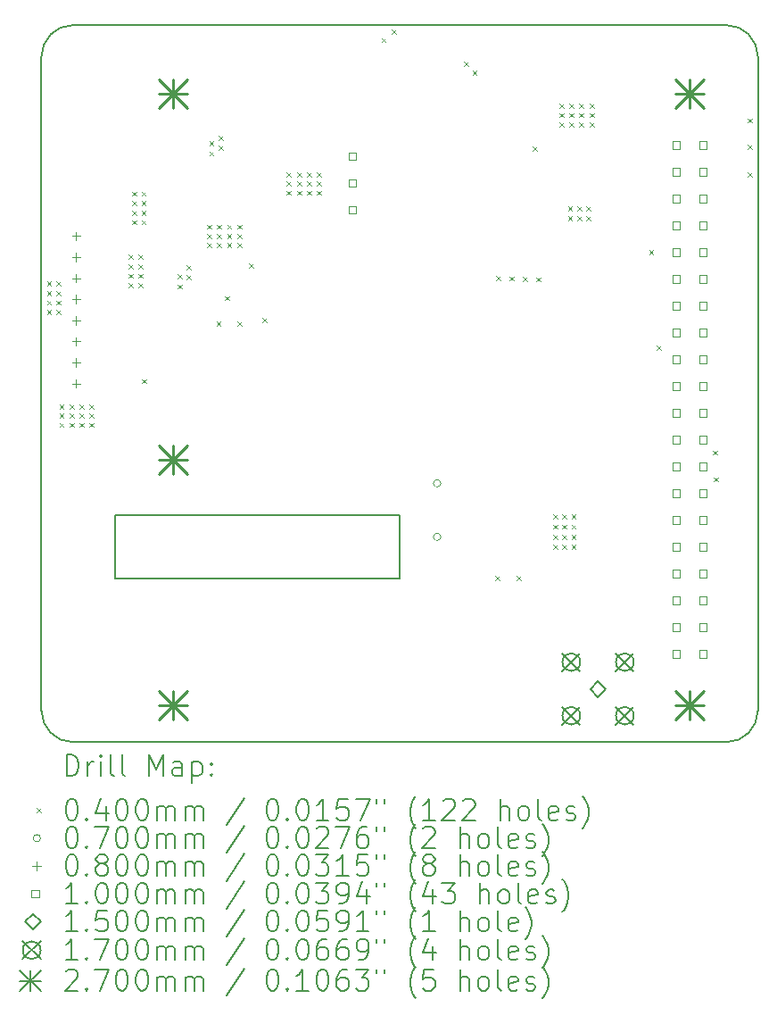
<source format=gbr>
%TF.GenerationSoftware,KiCad,Pcbnew,7.0.2-0*%
%TF.CreationDate,2023-12-02T21:39:20-08:00*%
%TF.ProjectId,RPi_interface,5250695f-696e-4746-9572-666163652e6b,1.0*%
%TF.SameCoordinates,Original*%
%TF.FileFunction,Drillmap*%
%TF.FilePolarity,Positive*%
%FSLAX45Y45*%
G04 Gerber Fmt 4.5, Leading zero omitted, Abs format (unit mm)*
G04 Created by KiCad (PCBNEW 7.0.2-0) date 2023-12-02 21:39:20*
%MOMM*%
%LPD*%
G01*
G04 APERTURE LIST*
%ADD10C,0.150000*%
%ADD11C,0.200000*%
%ADD12C,0.040000*%
%ADD13C,0.070000*%
%ADD14C,0.080000*%
%ADD15C,0.100000*%
%ADD16C,0.170000*%
%ADD17C,0.270000*%
G04 APERTURE END LIST*
D10*
X15500000Y-4500000D02*
X9300000Y-4500000D01*
X12400000Y-9750000D02*
X9700000Y-9750000D01*
X15500000Y-11300000D02*
X9300000Y-11300000D01*
X9300000Y-4500000D02*
G75*
G03*
X9000000Y-4800000I0J-300000D01*
G01*
X9000000Y-11000000D02*
G75*
G03*
X9300000Y-11300000I300000J0D01*
G01*
X15500000Y-11300000D02*
G75*
G03*
X15800000Y-11000000I0J300000D01*
G01*
X12400000Y-9150000D02*
X12400000Y-9750000D01*
X9000000Y-4800000D02*
X9000000Y-11000000D01*
X15800000Y-4800000D02*
G75*
G03*
X15500000Y-4500000I-300000J0D01*
G01*
X15800000Y-11000000D02*
X15800000Y-4800000D01*
X9700000Y-9150000D02*
X9700000Y-9750000D01*
X9700000Y-9150000D02*
X12400000Y-9150000D01*
D11*
D12*
X9052500Y-6932500D02*
X9092500Y-6972500D01*
X9092500Y-6932500D02*
X9052500Y-6972500D01*
X9052500Y-7022500D02*
X9092500Y-7062500D01*
X9092500Y-7022500D02*
X9052500Y-7062500D01*
X9052500Y-7112500D02*
X9092500Y-7152500D01*
X9092500Y-7112500D02*
X9052500Y-7152500D01*
X9052500Y-7202500D02*
X9092500Y-7242500D01*
X9092500Y-7202500D02*
X9052500Y-7242500D01*
X9142500Y-6932500D02*
X9182500Y-6972500D01*
X9182500Y-6932500D02*
X9142500Y-6972500D01*
X9142500Y-7022500D02*
X9182500Y-7062500D01*
X9182500Y-7022500D02*
X9142500Y-7062500D01*
X9142500Y-7112500D02*
X9182500Y-7152500D01*
X9182500Y-7112500D02*
X9142500Y-7152500D01*
X9142500Y-7202500D02*
X9182500Y-7242500D01*
X9182500Y-7202500D02*
X9142500Y-7242500D01*
X9170000Y-8097500D02*
X9210000Y-8137500D01*
X9210000Y-8097500D02*
X9170000Y-8137500D01*
X9170000Y-8185000D02*
X9210000Y-8225000D01*
X9210000Y-8185000D02*
X9170000Y-8225000D01*
X9170000Y-8272500D02*
X9210000Y-8312500D01*
X9210000Y-8272500D02*
X9170000Y-8312500D01*
X9267500Y-8097500D02*
X9307500Y-8137500D01*
X9307500Y-8097500D02*
X9267500Y-8137500D01*
X9267500Y-8185000D02*
X9307500Y-8225000D01*
X9307500Y-8185000D02*
X9267500Y-8225000D01*
X9267500Y-8272500D02*
X9307500Y-8312500D01*
X9307500Y-8272500D02*
X9267500Y-8312500D01*
X9362500Y-8097500D02*
X9402500Y-8137500D01*
X9402500Y-8097500D02*
X9362500Y-8137500D01*
X9362500Y-8185000D02*
X9402500Y-8225000D01*
X9402500Y-8185000D02*
X9362500Y-8225000D01*
X9362500Y-8272500D02*
X9402500Y-8312500D01*
X9402500Y-8272500D02*
X9362500Y-8312500D01*
X9457500Y-8097500D02*
X9497500Y-8137500D01*
X9497500Y-8097500D02*
X9457500Y-8137500D01*
X9457500Y-8185000D02*
X9497500Y-8225000D01*
X9497500Y-8185000D02*
X9457500Y-8225000D01*
X9457500Y-8272500D02*
X9497500Y-8312500D01*
X9497500Y-8272500D02*
X9457500Y-8312500D01*
X9827500Y-6677500D02*
X9867500Y-6717500D01*
X9867500Y-6677500D02*
X9827500Y-6717500D01*
X9827500Y-6767500D02*
X9867500Y-6807500D01*
X9867500Y-6767500D02*
X9827500Y-6807500D01*
X9827500Y-6857500D02*
X9867500Y-6897500D01*
X9867500Y-6857500D02*
X9827500Y-6897500D01*
X9827500Y-6947500D02*
X9867500Y-6987500D01*
X9867500Y-6947500D02*
X9827500Y-6987500D01*
X9860000Y-6080000D02*
X9900000Y-6120000D01*
X9900000Y-6080000D02*
X9860000Y-6120000D01*
X9860000Y-6170000D02*
X9900000Y-6210000D01*
X9900000Y-6170000D02*
X9860000Y-6210000D01*
X9860000Y-6260000D02*
X9900000Y-6300000D01*
X9900000Y-6260000D02*
X9860000Y-6300000D01*
X9860000Y-6350000D02*
X9900000Y-6390000D01*
X9900000Y-6350000D02*
X9860000Y-6390000D01*
X9917500Y-6677500D02*
X9957500Y-6717500D01*
X9957500Y-6677500D02*
X9917500Y-6717500D01*
X9917500Y-6767500D02*
X9957500Y-6807500D01*
X9957500Y-6767500D02*
X9917500Y-6807500D01*
X9917500Y-6857500D02*
X9957500Y-6897500D01*
X9957500Y-6857500D02*
X9917500Y-6897500D01*
X9917500Y-6947500D02*
X9957500Y-6987500D01*
X9957500Y-6947500D02*
X9917500Y-6987500D01*
X9950000Y-6080000D02*
X9990000Y-6120000D01*
X9990000Y-6080000D02*
X9950000Y-6120000D01*
X9950000Y-6170000D02*
X9990000Y-6210000D01*
X9990000Y-6170000D02*
X9950000Y-6210000D01*
X9950000Y-6260000D02*
X9990000Y-6300000D01*
X9990000Y-6260000D02*
X9950000Y-6300000D01*
X9950000Y-6350000D02*
X9990000Y-6390000D01*
X9990000Y-6350000D02*
X9950000Y-6390000D01*
X9955000Y-7857500D02*
X9995000Y-7897500D01*
X9995000Y-7857500D02*
X9955000Y-7897500D01*
X10290000Y-6865000D02*
X10330000Y-6905000D01*
X10330000Y-6865000D02*
X10290000Y-6905000D01*
X10290000Y-6960000D02*
X10330000Y-7000000D01*
X10330000Y-6960000D02*
X10290000Y-7000000D01*
X10380000Y-6775000D02*
X10420000Y-6815000D01*
X10420000Y-6775000D02*
X10380000Y-6815000D01*
X10380000Y-6870000D02*
X10420000Y-6910000D01*
X10420000Y-6870000D02*
X10380000Y-6910000D01*
X10570000Y-6392500D02*
X10610000Y-6432500D01*
X10610000Y-6392500D02*
X10570000Y-6432500D01*
X10570000Y-6480000D02*
X10610000Y-6520000D01*
X10610000Y-6480000D02*
X10570000Y-6520000D01*
X10570000Y-6567500D02*
X10610000Y-6607500D01*
X10610000Y-6567500D02*
X10570000Y-6607500D01*
X10592500Y-5602500D02*
X10632500Y-5642500D01*
X10632500Y-5602500D02*
X10592500Y-5642500D01*
X10592500Y-5697500D02*
X10632500Y-5737500D01*
X10632500Y-5697500D02*
X10592500Y-5737500D01*
X10660000Y-7310000D02*
X10700000Y-7350000D01*
X10700000Y-7310000D02*
X10660000Y-7350000D01*
X10667500Y-6392500D02*
X10707500Y-6432500D01*
X10707500Y-6392500D02*
X10667500Y-6432500D01*
X10667500Y-6480000D02*
X10707500Y-6520000D01*
X10707500Y-6480000D02*
X10667500Y-6520000D01*
X10667500Y-6567500D02*
X10707500Y-6607500D01*
X10707500Y-6567500D02*
X10667500Y-6607500D01*
X10682500Y-5547500D02*
X10722500Y-5587500D01*
X10722500Y-5547500D02*
X10682500Y-5587500D01*
X10682500Y-5642500D02*
X10722500Y-5682500D01*
X10722500Y-5642500D02*
X10682500Y-5682500D01*
X10740000Y-7070000D02*
X10780000Y-7110000D01*
X10780000Y-7070000D02*
X10740000Y-7110000D01*
X10762500Y-6392500D02*
X10802500Y-6432500D01*
X10802500Y-6392500D02*
X10762500Y-6432500D01*
X10762500Y-6480000D02*
X10802500Y-6520000D01*
X10802500Y-6480000D02*
X10762500Y-6520000D01*
X10762500Y-6567500D02*
X10802500Y-6607500D01*
X10802500Y-6567500D02*
X10762500Y-6607500D01*
X10857500Y-6392500D02*
X10897500Y-6432500D01*
X10897500Y-6392500D02*
X10857500Y-6432500D01*
X10857500Y-6480000D02*
X10897500Y-6520000D01*
X10897500Y-6480000D02*
X10857500Y-6520000D01*
X10857500Y-6567500D02*
X10897500Y-6607500D01*
X10897500Y-6567500D02*
X10857500Y-6607500D01*
X10860000Y-7310000D02*
X10900000Y-7350000D01*
X10900000Y-7310000D02*
X10860000Y-7350000D01*
X10970000Y-6760000D02*
X11010000Y-6800000D01*
X11010000Y-6760000D02*
X10970000Y-6800000D01*
X11100000Y-7280000D02*
X11140000Y-7320000D01*
X11140000Y-7280000D02*
X11100000Y-7320000D01*
X11327500Y-5895000D02*
X11367500Y-5935000D01*
X11367500Y-5895000D02*
X11327500Y-5935000D01*
X11327500Y-5982500D02*
X11367500Y-6022500D01*
X11367500Y-5982500D02*
X11327500Y-6022500D01*
X11327500Y-6070000D02*
X11367500Y-6110000D01*
X11367500Y-6070000D02*
X11327500Y-6110000D01*
X11425000Y-5895000D02*
X11465000Y-5935000D01*
X11465000Y-5895000D02*
X11425000Y-5935000D01*
X11425000Y-5982500D02*
X11465000Y-6022500D01*
X11465000Y-5982500D02*
X11425000Y-6022500D01*
X11425000Y-6070000D02*
X11465000Y-6110000D01*
X11465000Y-6070000D02*
X11425000Y-6110000D01*
X11520000Y-5895000D02*
X11560000Y-5935000D01*
X11560000Y-5895000D02*
X11520000Y-5935000D01*
X11520000Y-5982500D02*
X11560000Y-6022500D01*
X11560000Y-5982500D02*
X11520000Y-6022500D01*
X11520000Y-6070000D02*
X11560000Y-6110000D01*
X11560000Y-6070000D02*
X11520000Y-6110000D01*
X11615000Y-5895000D02*
X11655000Y-5935000D01*
X11655000Y-5895000D02*
X11615000Y-5935000D01*
X11615000Y-5982500D02*
X11655000Y-6022500D01*
X11655000Y-5982500D02*
X11615000Y-6022500D01*
X11615000Y-6070000D02*
X11655000Y-6110000D01*
X11655000Y-6070000D02*
X11615000Y-6110000D01*
X12227500Y-4622500D02*
X12267500Y-4662500D01*
X12267500Y-4622500D02*
X12227500Y-4662500D01*
X12325000Y-4542500D02*
X12365000Y-4582500D01*
X12365000Y-4542500D02*
X12325000Y-4582500D01*
X13010000Y-4850000D02*
X13050000Y-4890000D01*
X13050000Y-4850000D02*
X13010000Y-4890000D01*
X13090000Y-4930000D02*
X13130000Y-4970000D01*
X13130000Y-4930000D02*
X13090000Y-4970000D01*
X13310000Y-9722500D02*
X13350000Y-9762500D01*
X13350000Y-9722500D02*
X13310000Y-9762500D01*
X13312500Y-6882500D02*
X13352500Y-6922500D01*
X13352500Y-6882500D02*
X13312500Y-6922500D01*
X13442500Y-6885000D02*
X13482500Y-6925000D01*
X13482500Y-6885000D02*
X13442500Y-6925000D01*
X13510000Y-9722500D02*
X13550000Y-9762500D01*
X13550000Y-9722500D02*
X13510000Y-9762500D01*
X13570000Y-6887500D02*
X13610000Y-6927500D01*
X13610000Y-6887500D02*
X13570000Y-6927500D01*
X13665000Y-5655000D02*
X13705000Y-5695000D01*
X13705000Y-5655000D02*
X13665000Y-5695000D01*
X13697500Y-6892500D02*
X13737500Y-6932500D01*
X13737500Y-6892500D02*
X13697500Y-6932500D01*
X13855000Y-9142500D02*
X13895000Y-9182500D01*
X13895000Y-9142500D02*
X13855000Y-9182500D01*
X13855000Y-9237500D02*
X13895000Y-9277500D01*
X13895000Y-9237500D02*
X13855000Y-9277500D01*
X13855000Y-9332500D02*
X13895000Y-9372500D01*
X13895000Y-9332500D02*
X13855000Y-9372500D01*
X13855000Y-9430000D02*
X13895000Y-9470000D01*
X13895000Y-9430000D02*
X13855000Y-9470000D01*
X13915000Y-5247500D02*
X13955000Y-5287500D01*
X13955000Y-5247500D02*
X13915000Y-5287500D01*
X13915000Y-5335000D02*
X13955000Y-5375000D01*
X13955000Y-5335000D02*
X13915000Y-5375000D01*
X13915000Y-5422500D02*
X13955000Y-5462500D01*
X13955000Y-5422500D02*
X13915000Y-5462500D01*
X13942500Y-9142500D02*
X13982500Y-9182500D01*
X13982500Y-9142500D02*
X13942500Y-9182500D01*
X13942500Y-9237500D02*
X13982500Y-9277500D01*
X13982500Y-9237500D02*
X13942500Y-9277500D01*
X13942500Y-9332500D02*
X13982500Y-9372500D01*
X13982500Y-9332500D02*
X13942500Y-9372500D01*
X13942500Y-9430000D02*
X13982500Y-9470000D01*
X13982500Y-9430000D02*
X13942500Y-9470000D01*
X13997500Y-6220000D02*
X14037500Y-6260000D01*
X14037500Y-6220000D02*
X13997500Y-6260000D01*
X13997500Y-6315000D02*
X14037500Y-6355000D01*
X14037500Y-6315000D02*
X13997500Y-6355000D01*
X14010000Y-5247500D02*
X14050000Y-5287500D01*
X14050000Y-5247500D02*
X14010000Y-5287500D01*
X14010000Y-5335000D02*
X14050000Y-5375000D01*
X14050000Y-5335000D02*
X14010000Y-5375000D01*
X14010000Y-5422500D02*
X14050000Y-5462500D01*
X14050000Y-5422500D02*
X14010000Y-5462500D01*
X14030000Y-9142500D02*
X14070000Y-9182500D01*
X14070000Y-9142500D02*
X14030000Y-9182500D01*
X14030000Y-9237500D02*
X14070000Y-9277500D01*
X14070000Y-9237500D02*
X14030000Y-9277500D01*
X14030000Y-9332500D02*
X14070000Y-9372500D01*
X14070000Y-9332500D02*
X14030000Y-9372500D01*
X14030000Y-9430000D02*
X14070000Y-9470000D01*
X14070000Y-9430000D02*
X14030000Y-9470000D01*
X14085000Y-6220000D02*
X14125000Y-6260000D01*
X14125000Y-6220000D02*
X14085000Y-6260000D01*
X14085000Y-6315000D02*
X14125000Y-6355000D01*
X14125000Y-6315000D02*
X14085000Y-6355000D01*
X14105000Y-5247500D02*
X14145000Y-5287500D01*
X14145000Y-5247500D02*
X14105000Y-5287500D01*
X14105000Y-5335000D02*
X14145000Y-5375000D01*
X14145000Y-5335000D02*
X14105000Y-5375000D01*
X14105000Y-5422500D02*
X14145000Y-5462500D01*
X14145000Y-5422500D02*
X14105000Y-5462500D01*
X14172500Y-6220000D02*
X14212500Y-6260000D01*
X14212500Y-6220000D02*
X14172500Y-6260000D01*
X14172500Y-6315000D02*
X14212500Y-6355000D01*
X14212500Y-6315000D02*
X14172500Y-6355000D01*
X14202500Y-5247500D02*
X14242500Y-5287500D01*
X14242500Y-5247500D02*
X14202500Y-5287500D01*
X14202500Y-5335000D02*
X14242500Y-5375000D01*
X14242500Y-5335000D02*
X14202500Y-5375000D01*
X14202500Y-5422500D02*
X14242500Y-5462500D01*
X14242500Y-5422500D02*
X14202500Y-5462500D01*
X14767500Y-6632500D02*
X14807500Y-6672500D01*
X14807500Y-6632500D02*
X14767500Y-6672500D01*
X14842500Y-7537500D02*
X14882500Y-7577500D01*
X14882500Y-7537500D02*
X14842500Y-7577500D01*
X15375000Y-8535000D02*
X15415000Y-8575000D01*
X15415000Y-8535000D02*
X15375000Y-8575000D01*
X15382500Y-8790000D02*
X15422500Y-8830000D01*
X15422500Y-8790000D02*
X15382500Y-8830000D01*
X15700000Y-5385000D02*
X15740000Y-5425000D01*
X15740000Y-5385000D02*
X15700000Y-5425000D01*
X15700000Y-5635000D02*
X15740000Y-5675000D01*
X15740000Y-5635000D02*
X15700000Y-5675000D01*
X15700000Y-5895000D02*
X15740000Y-5935000D01*
X15740000Y-5895000D02*
X15700000Y-5935000D01*
D13*
X12790000Y-8846000D02*
G75*
G03*
X12790000Y-8846000I-35000J0D01*
G01*
X12790000Y-9354000D02*
G75*
G03*
X12790000Y-9354000I-35000J0D01*
G01*
D14*
X9330000Y-6460000D02*
X9330000Y-6540000D01*
X9290000Y-6500000D02*
X9370000Y-6500000D01*
X9330000Y-6660000D02*
X9330000Y-6740000D01*
X9290000Y-6700000D02*
X9370000Y-6700000D01*
X9330000Y-6860000D02*
X9330000Y-6940000D01*
X9290000Y-6900000D02*
X9370000Y-6900000D01*
X9330000Y-7060000D02*
X9330000Y-7140000D01*
X9290000Y-7100000D02*
X9370000Y-7100000D01*
X9330000Y-7260000D02*
X9330000Y-7340000D01*
X9290000Y-7300000D02*
X9370000Y-7300000D01*
X9330000Y-7460000D02*
X9330000Y-7540000D01*
X9290000Y-7500000D02*
X9370000Y-7500000D01*
X9330000Y-7660000D02*
X9330000Y-7740000D01*
X9290000Y-7700000D02*
X9370000Y-7700000D01*
X9330000Y-7860000D02*
X9330000Y-7940000D01*
X9290000Y-7900000D02*
X9370000Y-7900000D01*
D15*
X11985356Y-5781356D02*
X11985356Y-5710644D01*
X11914644Y-5710644D01*
X11914644Y-5781356D01*
X11985356Y-5781356D01*
X11985356Y-6035356D02*
X11985356Y-5964644D01*
X11914644Y-5964644D01*
X11914644Y-6035356D01*
X11985356Y-6035356D01*
X11985356Y-6289356D02*
X11985356Y-6218644D01*
X11914644Y-6218644D01*
X11914644Y-6289356D01*
X11985356Y-6289356D01*
X15058356Y-5672356D02*
X15058356Y-5601644D01*
X14987644Y-5601644D01*
X14987644Y-5672356D01*
X15058356Y-5672356D01*
X15058356Y-5926356D02*
X15058356Y-5855644D01*
X14987644Y-5855644D01*
X14987644Y-5926356D01*
X15058356Y-5926356D01*
X15058356Y-6180356D02*
X15058356Y-6109644D01*
X14987644Y-6109644D01*
X14987644Y-6180356D01*
X15058356Y-6180356D01*
X15058356Y-6434356D02*
X15058356Y-6363644D01*
X14987644Y-6363644D01*
X14987644Y-6434356D01*
X15058356Y-6434356D01*
X15058356Y-6688356D02*
X15058356Y-6617644D01*
X14987644Y-6617644D01*
X14987644Y-6688356D01*
X15058356Y-6688356D01*
X15058356Y-6942356D02*
X15058356Y-6871644D01*
X14987644Y-6871644D01*
X14987644Y-6942356D01*
X15058356Y-6942356D01*
X15058356Y-7196356D02*
X15058356Y-7125644D01*
X14987644Y-7125644D01*
X14987644Y-7196356D01*
X15058356Y-7196356D01*
X15058356Y-7450356D02*
X15058356Y-7379644D01*
X14987644Y-7379644D01*
X14987644Y-7450356D01*
X15058356Y-7450356D01*
X15058356Y-7704356D02*
X15058356Y-7633644D01*
X14987644Y-7633644D01*
X14987644Y-7704356D01*
X15058356Y-7704356D01*
X15058356Y-7958356D02*
X15058356Y-7887644D01*
X14987644Y-7887644D01*
X14987644Y-7958356D01*
X15058356Y-7958356D01*
X15058356Y-8212356D02*
X15058356Y-8141644D01*
X14987644Y-8141644D01*
X14987644Y-8212356D01*
X15058356Y-8212356D01*
X15058356Y-8466356D02*
X15058356Y-8395644D01*
X14987644Y-8395644D01*
X14987644Y-8466356D01*
X15058356Y-8466356D01*
X15058356Y-8720356D02*
X15058356Y-8649644D01*
X14987644Y-8649644D01*
X14987644Y-8720356D01*
X15058356Y-8720356D01*
X15058356Y-8974356D02*
X15058356Y-8903644D01*
X14987644Y-8903644D01*
X14987644Y-8974356D01*
X15058356Y-8974356D01*
X15058356Y-9228356D02*
X15058356Y-9157644D01*
X14987644Y-9157644D01*
X14987644Y-9228356D01*
X15058356Y-9228356D01*
X15058356Y-9482356D02*
X15058356Y-9411644D01*
X14987644Y-9411644D01*
X14987644Y-9482356D01*
X15058356Y-9482356D01*
X15058356Y-9736356D02*
X15058356Y-9665644D01*
X14987644Y-9665644D01*
X14987644Y-9736356D01*
X15058356Y-9736356D01*
X15058356Y-9990356D02*
X15058356Y-9919644D01*
X14987644Y-9919644D01*
X14987644Y-9990356D01*
X15058356Y-9990356D01*
X15058356Y-10244356D02*
X15058356Y-10173644D01*
X14987644Y-10173644D01*
X14987644Y-10244356D01*
X15058356Y-10244356D01*
X15058356Y-10498356D02*
X15058356Y-10427644D01*
X14987644Y-10427644D01*
X14987644Y-10498356D01*
X15058356Y-10498356D01*
X15312356Y-5672356D02*
X15312356Y-5601644D01*
X15241644Y-5601644D01*
X15241644Y-5672356D01*
X15312356Y-5672356D01*
X15312356Y-5926356D02*
X15312356Y-5855644D01*
X15241644Y-5855644D01*
X15241644Y-5926356D01*
X15312356Y-5926356D01*
X15312356Y-6180356D02*
X15312356Y-6109644D01*
X15241644Y-6109644D01*
X15241644Y-6180356D01*
X15312356Y-6180356D01*
X15312356Y-6434356D02*
X15312356Y-6363644D01*
X15241644Y-6363644D01*
X15241644Y-6434356D01*
X15312356Y-6434356D01*
X15312356Y-6688356D02*
X15312356Y-6617644D01*
X15241644Y-6617644D01*
X15241644Y-6688356D01*
X15312356Y-6688356D01*
X15312356Y-6942356D02*
X15312356Y-6871644D01*
X15241644Y-6871644D01*
X15241644Y-6942356D01*
X15312356Y-6942356D01*
X15312356Y-7196356D02*
X15312356Y-7125644D01*
X15241644Y-7125644D01*
X15241644Y-7196356D01*
X15312356Y-7196356D01*
X15312356Y-7450356D02*
X15312356Y-7379644D01*
X15241644Y-7379644D01*
X15241644Y-7450356D01*
X15312356Y-7450356D01*
X15312356Y-7704356D02*
X15312356Y-7633644D01*
X15241644Y-7633644D01*
X15241644Y-7704356D01*
X15312356Y-7704356D01*
X15312356Y-7958356D02*
X15312356Y-7887644D01*
X15241644Y-7887644D01*
X15241644Y-7958356D01*
X15312356Y-7958356D01*
X15312356Y-8212356D02*
X15312356Y-8141644D01*
X15241644Y-8141644D01*
X15241644Y-8212356D01*
X15312356Y-8212356D01*
X15312356Y-8466356D02*
X15312356Y-8395644D01*
X15241644Y-8395644D01*
X15241644Y-8466356D01*
X15312356Y-8466356D01*
X15312356Y-8720356D02*
X15312356Y-8649644D01*
X15241644Y-8649644D01*
X15241644Y-8720356D01*
X15312356Y-8720356D01*
X15312356Y-8974356D02*
X15312356Y-8903644D01*
X15241644Y-8903644D01*
X15241644Y-8974356D01*
X15312356Y-8974356D01*
X15312356Y-9228356D02*
X15312356Y-9157644D01*
X15241644Y-9157644D01*
X15241644Y-9228356D01*
X15312356Y-9228356D01*
X15312356Y-9482356D02*
X15312356Y-9411644D01*
X15241644Y-9411644D01*
X15241644Y-9482356D01*
X15312356Y-9482356D01*
X15312356Y-9736356D02*
X15312356Y-9665644D01*
X15241644Y-9665644D01*
X15241644Y-9736356D01*
X15312356Y-9736356D01*
X15312356Y-9990356D02*
X15312356Y-9919644D01*
X15241644Y-9919644D01*
X15241644Y-9990356D01*
X15312356Y-9990356D01*
X15312356Y-10244356D02*
X15312356Y-10173644D01*
X15241644Y-10173644D01*
X15241644Y-10244356D01*
X15312356Y-10244356D01*
X15312356Y-10498356D02*
X15312356Y-10427644D01*
X15241644Y-10427644D01*
X15241644Y-10498356D01*
X15312356Y-10498356D01*
D10*
X14283000Y-10871000D02*
X14358000Y-10796000D01*
X14283000Y-10721000D01*
X14208000Y-10796000D01*
X14283000Y-10871000D01*
D16*
X13944000Y-10457000D02*
X14114000Y-10627000D01*
X14114000Y-10457000D02*
X13944000Y-10627000D01*
X14114000Y-10542000D02*
G75*
G03*
X14114000Y-10542000I-85000J0D01*
G01*
X13944000Y-10965000D02*
X14114000Y-11135000D01*
X14114000Y-10965000D02*
X13944000Y-11135000D01*
X14114000Y-11050000D02*
G75*
G03*
X14114000Y-11050000I-85000J0D01*
G01*
X14452000Y-10457000D02*
X14622000Y-10627000D01*
X14622000Y-10457000D02*
X14452000Y-10627000D01*
X14622000Y-10542000D02*
G75*
G03*
X14622000Y-10542000I-85000J0D01*
G01*
X14452000Y-10965000D02*
X14622000Y-11135000D01*
X14622000Y-10965000D02*
X14452000Y-11135000D01*
X14622000Y-11050000D02*
G75*
G03*
X14622000Y-11050000I-85000J0D01*
G01*
D17*
X10115000Y-5015000D02*
X10385000Y-5285000D01*
X10385000Y-5015000D02*
X10115000Y-5285000D01*
X10250000Y-5015000D02*
X10250000Y-5285000D01*
X10115000Y-5150000D02*
X10385000Y-5150000D01*
X10115000Y-8485000D02*
X10385000Y-8755000D01*
X10385000Y-8485000D02*
X10115000Y-8755000D01*
X10250000Y-8485000D02*
X10250000Y-8755000D01*
X10115000Y-8620000D02*
X10385000Y-8620000D01*
X10115000Y-10815000D02*
X10385000Y-11085000D01*
X10385000Y-10815000D02*
X10115000Y-11085000D01*
X10250000Y-10815000D02*
X10250000Y-11085000D01*
X10115000Y-10950000D02*
X10385000Y-10950000D01*
X15015000Y-5015000D02*
X15285000Y-5285000D01*
X15285000Y-5015000D02*
X15015000Y-5285000D01*
X15150000Y-5015000D02*
X15150000Y-5285000D01*
X15015000Y-5150000D02*
X15285000Y-5150000D01*
X15015000Y-10815000D02*
X15285000Y-11085000D01*
X15285000Y-10815000D02*
X15015000Y-11085000D01*
X15150000Y-10815000D02*
X15150000Y-11085000D01*
X15015000Y-10950000D02*
X15285000Y-10950000D01*
D11*
X9240119Y-11620024D02*
X9240119Y-11420024D01*
X9240119Y-11420024D02*
X9287738Y-11420024D01*
X9287738Y-11420024D02*
X9316310Y-11429548D01*
X9316310Y-11429548D02*
X9335357Y-11448595D01*
X9335357Y-11448595D02*
X9344881Y-11467643D01*
X9344881Y-11467643D02*
X9354405Y-11505738D01*
X9354405Y-11505738D02*
X9354405Y-11534309D01*
X9354405Y-11534309D02*
X9344881Y-11572405D01*
X9344881Y-11572405D02*
X9335357Y-11591452D01*
X9335357Y-11591452D02*
X9316310Y-11610500D01*
X9316310Y-11610500D02*
X9287738Y-11620024D01*
X9287738Y-11620024D02*
X9240119Y-11620024D01*
X9440119Y-11620024D02*
X9440119Y-11486690D01*
X9440119Y-11524786D02*
X9449643Y-11505738D01*
X9449643Y-11505738D02*
X9459167Y-11496214D01*
X9459167Y-11496214D02*
X9478214Y-11486690D01*
X9478214Y-11486690D02*
X9497262Y-11486690D01*
X9563929Y-11620024D02*
X9563929Y-11486690D01*
X9563929Y-11420024D02*
X9554405Y-11429548D01*
X9554405Y-11429548D02*
X9563929Y-11439071D01*
X9563929Y-11439071D02*
X9573452Y-11429548D01*
X9573452Y-11429548D02*
X9563929Y-11420024D01*
X9563929Y-11420024D02*
X9563929Y-11439071D01*
X9687738Y-11620024D02*
X9668690Y-11610500D01*
X9668690Y-11610500D02*
X9659167Y-11591452D01*
X9659167Y-11591452D02*
X9659167Y-11420024D01*
X9792500Y-11620024D02*
X9773452Y-11610500D01*
X9773452Y-11610500D02*
X9763929Y-11591452D01*
X9763929Y-11591452D02*
X9763929Y-11420024D01*
X10021071Y-11620024D02*
X10021071Y-11420024D01*
X10021071Y-11420024D02*
X10087738Y-11562881D01*
X10087738Y-11562881D02*
X10154405Y-11420024D01*
X10154405Y-11420024D02*
X10154405Y-11620024D01*
X10335357Y-11620024D02*
X10335357Y-11515262D01*
X10335357Y-11515262D02*
X10325833Y-11496214D01*
X10325833Y-11496214D02*
X10306786Y-11486690D01*
X10306786Y-11486690D02*
X10268690Y-11486690D01*
X10268690Y-11486690D02*
X10249643Y-11496214D01*
X10335357Y-11610500D02*
X10316310Y-11620024D01*
X10316310Y-11620024D02*
X10268690Y-11620024D01*
X10268690Y-11620024D02*
X10249643Y-11610500D01*
X10249643Y-11610500D02*
X10240119Y-11591452D01*
X10240119Y-11591452D02*
X10240119Y-11572405D01*
X10240119Y-11572405D02*
X10249643Y-11553357D01*
X10249643Y-11553357D02*
X10268690Y-11543833D01*
X10268690Y-11543833D02*
X10316310Y-11543833D01*
X10316310Y-11543833D02*
X10335357Y-11534309D01*
X10430595Y-11486690D02*
X10430595Y-11686690D01*
X10430595Y-11496214D02*
X10449643Y-11486690D01*
X10449643Y-11486690D02*
X10487738Y-11486690D01*
X10487738Y-11486690D02*
X10506786Y-11496214D01*
X10506786Y-11496214D02*
X10516310Y-11505738D01*
X10516310Y-11505738D02*
X10525833Y-11524786D01*
X10525833Y-11524786D02*
X10525833Y-11581928D01*
X10525833Y-11581928D02*
X10516310Y-11600976D01*
X10516310Y-11600976D02*
X10506786Y-11610500D01*
X10506786Y-11610500D02*
X10487738Y-11620024D01*
X10487738Y-11620024D02*
X10449643Y-11620024D01*
X10449643Y-11620024D02*
X10430595Y-11610500D01*
X10611548Y-11600976D02*
X10621071Y-11610500D01*
X10621071Y-11610500D02*
X10611548Y-11620024D01*
X10611548Y-11620024D02*
X10602024Y-11610500D01*
X10602024Y-11610500D02*
X10611548Y-11600976D01*
X10611548Y-11600976D02*
X10611548Y-11620024D01*
X10611548Y-11496214D02*
X10621071Y-11505738D01*
X10621071Y-11505738D02*
X10611548Y-11515262D01*
X10611548Y-11515262D02*
X10602024Y-11505738D01*
X10602024Y-11505738D02*
X10611548Y-11496214D01*
X10611548Y-11496214D02*
X10611548Y-11515262D01*
D12*
X8952500Y-11927500D02*
X8992500Y-11967500D01*
X8992500Y-11927500D02*
X8952500Y-11967500D01*
D11*
X9278214Y-11840024D02*
X9297262Y-11840024D01*
X9297262Y-11840024D02*
X9316310Y-11849548D01*
X9316310Y-11849548D02*
X9325833Y-11859071D01*
X9325833Y-11859071D02*
X9335357Y-11878119D01*
X9335357Y-11878119D02*
X9344881Y-11916214D01*
X9344881Y-11916214D02*
X9344881Y-11963833D01*
X9344881Y-11963833D02*
X9335357Y-12001928D01*
X9335357Y-12001928D02*
X9325833Y-12020976D01*
X9325833Y-12020976D02*
X9316310Y-12030500D01*
X9316310Y-12030500D02*
X9297262Y-12040024D01*
X9297262Y-12040024D02*
X9278214Y-12040024D01*
X9278214Y-12040024D02*
X9259167Y-12030500D01*
X9259167Y-12030500D02*
X9249643Y-12020976D01*
X9249643Y-12020976D02*
X9240119Y-12001928D01*
X9240119Y-12001928D02*
X9230595Y-11963833D01*
X9230595Y-11963833D02*
X9230595Y-11916214D01*
X9230595Y-11916214D02*
X9240119Y-11878119D01*
X9240119Y-11878119D02*
X9249643Y-11859071D01*
X9249643Y-11859071D02*
X9259167Y-11849548D01*
X9259167Y-11849548D02*
X9278214Y-11840024D01*
X9430595Y-12020976D02*
X9440119Y-12030500D01*
X9440119Y-12030500D02*
X9430595Y-12040024D01*
X9430595Y-12040024D02*
X9421071Y-12030500D01*
X9421071Y-12030500D02*
X9430595Y-12020976D01*
X9430595Y-12020976D02*
X9430595Y-12040024D01*
X9611548Y-11906690D02*
X9611548Y-12040024D01*
X9563929Y-11830500D02*
X9516310Y-11973357D01*
X9516310Y-11973357D02*
X9640119Y-11973357D01*
X9754405Y-11840024D02*
X9773452Y-11840024D01*
X9773452Y-11840024D02*
X9792500Y-11849548D01*
X9792500Y-11849548D02*
X9802024Y-11859071D01*
X9802024Y-11859071D02*
X9811548Y-11878119D01*
X9811548Y-11878119D02*
X9821071Y-11916214D01*
X9821071Y-11916214D02*
X9821071Y-11963833D01*
X9821071Y-11963833D02*
X9811548Y-12001928D01*
X9811548Y-12001928D02*
X9802024Y-12020976D01*
X9802024Y-12020976D02*
X9792500Y-12030500D01*
X9792500Y-12030500D02*
X9773452Y-12040024D01*
X9773452Y-12040024D02*
X9754405Y-12040024D01*
X9754405Y-12040024D02*
X9735357Y-12030500D01*
X9735357Y-12030500D02*
X9725833Y-12020976D01*
X9725833Y-12020976D02*
X9716310Y-12001928D01*
X9716310Y-12001928D02*
X9706786Y-11963833D01*
X9706786Y-11963833D02*
X9706786Y-11916214D01*
X9706786Y-11916214D02*
X9716310Y-11878119D01*
X9716310Y-11878119D02*
X9725833Y-11859071D01*
X9725833Y-11859071D02*
X9735357Y-11849548D01*
X9735357Y-11849548D02*
X9754405Y-11840024D01*
X9944881Y-11840024D02*
X9963929Y-11840024D01*
X9963929Y-11840024D02*
X9982976Y-11849548D01*
X9982976Y-11849548D02*
X9992500Y-11859071D01*
X9992500Y-11859071D02*
X10002024Y-11878119D01*
X10002024Y-11878119D02*
X10011548Y-11916214D01*
X10011548Y-11916214D02*
X10011548Y-11963833D01*
X10011548Y-11963833D02*
X10002024Y-12001928D01*
X10002024Y-12001928D02*
X9992500Y-12020976D01*
X9992500Y-12020976D02*
X9982976Y-12030500D01*
X9982976Y-12030500D02*
X9963929Y-12040024D01*
X9963929Y-12040024D02*
X9944881Y-12040024D01*
X9944881Y-12040024D02*
X9925833Y-12030500D01*
X9925833Y-12030500D02*
X9916310Y-12020976D01*
X9916310Y-12020976D02*
X9906786Y-12001928D01*
X9906786Y-12001928D02*
X9897262Y-11963833D01*
X9897262Y-11963833D02*
X9897262Y-11916214D01*
X9897262Y-11916214D02*
X9906786Y-11878119D01*
X9906786Y-11878119D02*
X9916310Y-11859071D01*
X9916310Y-11859071D02*
X9925833Y-11849548D01*
X9925833Y-11849548D02*
X9944881Y-11840024D01*
X10097262Y-12040024D02*
X10097262Y-11906690D01*
X10097262Y-11925738D02*
X10106786Y-11916214D01*
X10106786Y-11916214D02*
X10125833Y-11906690D01*
X10125833Y-11906690D02*
X10154405Y-11906690D01*
X10154405Y-11906690D02*
X10173452Y-11916214D01*
X10173452Y-11916214D02*
X10182976Y-11935262D01*
X10182976Y-11935262D02*
X10182976Y-12040024D01*
X10182976Y-11935262D02*
X10192500Y-11916214D01*
X10192500Y-11916214D02*
X10211548Y-11906690D01*
X10211548Y-11906690D02*
X10240119Y-11906690D01*
X10240119Y-11906690D02*
X10259167Y-11916214D01*
X10259167Y-11916214D02*
X10268691Y-11935262D01*
X10268691Y-11935262D02*
X10268691Y-12040024D01*
X10363929Y-12040024D02*
X10363929Y-11906690D01*
X10363929Y-11925738D02*
X10373452Y-11916214D01*
X10373452Y-11916214D02*
X10392500Y-11906690D01*
X10392500Y-11906690D02*
X10421072Y-11906690D01*
X10421072Y-11906690D02*
X10440119Y-11916214D01*
X10440119Y-11916214D02*
X10449643Y-11935262D01*
X10449643Y-11935262D02*
X10449643Y-12040024D01*
X10449643Y-11935262D02*
X10459167Y-11916214D01*
X10459167Y-11916214D02*
X10478214Y-11906690D01*
X10478214Y-11906690D02*
X10506786Y-11906690D01*
X10506786Y-11906690D02*
X10525833Y-11916214D01*
X10525833Y-11916214D02*
X10535357Y-11935262D01*
X10535357Y-11935262D02*
X10535357Y-12040024D01*
X10925833Y-11830500D02*
X10754405Y-12087643D01*
X11182976Y-11840024D02*
X11202024Y-11840024D01*
X11202024Y-11840024D02*
X11221072Y-11849548D01*
X11221072Y-11849548D02*
X11230595Y-11859071D01*
X11230595Y-11859071D02*
X11240119Y-11878119D01*
X11240119Y-11878119D02*
X11249643Y-11916214D01*
X11249643Y-11916214D02*
X11249643Y-11963833D01*
X11249643Y-11963833D02*
X11240119Y-12001928D01*
X11240119Y-12001928D02*
X11230595Y-12020976D01*
X11230595Y-12020976D02*
X11221072Y-12030500D01*
X11221072Y-12030500D02*
X11202024Y-12040024D01*
X11202024Y-12040024D02*
X11182976Y-12040024D01*
X11182976Y-12040024D02*
X11163929Y-12030500D01*
X11163929Y-12030500D02*
X11154405Y-12020976D01*
X11154405Y-12020976D02*
X11144881Y-12001928D01*
X11144881Y-12001928D02*
X11135357Y-11963833D01*
X11135357Y-11963833D02*
X11135357Y-11916214D01*
X11135357Y-11916214D02*
X11144881Y-11878119D01*
X11144881Y-11878119D02*
X11154405Y-11859071D01*
X11154405Y-11859071D02*
X11163929Y-11849548D01*
X11163929Y-11849548D02*
X11182976Y-11840024D01*
X11335357Y-12020976D02*
X11344881Y-12030500D01*
X11344881Y-12030500D02*
X11335357Y-12040024D01*
X11335357Y-12040024D02*
X11325833Y-12030500D01*
X11325833Y-12030500D02*
X11335357Y-12020976D01*
X11335357Y-12020976D02*
X11335357Y-12040024D01*
X11468691Y-11840024D02*
X11487738Y-11840024D01*
X11487738Y-11840024D02*
X11506786Y-11849548D01*
X11506786Y-11849548D02*
X11516310Y-11859071D01*
X11516310Y-11859071D02*
X11525833Y-11878119D01*
X11525833Y-11878119D02*
X11535357Y-11916214D01*
X11535357Y-11916214D02*
X11535357Y-11963833D01*
X11535357Y-11963833D02*
X11525833Y-12001928D01*
X11525833Y-12001928D02*
X11516310Y-12020976D01*
X11516310Y-12020976D02*
X11506786Y-12030500D01*
X11506786Y-12030500D02*
X11487738Y-12040024D01*
X11487738Y-12040024D02*
X11468691Y-12040024D01*
X11468691Y-12040024D02*
X11449643Y-12030500D01*
X11449643Y-12030500D02*
X11440119Y-12020976D01*
X11440119Y-12020976D02*
X11430595Y-12001928D01*
X11430595Y-12001928D02*
X11421072Y-11963833D01*
X11421072Y-11963833D02*
X11421072Y-11916214D01*
X11421072Y-11916214D02*
X11430595Y-11878119D01*
X11430595Y-11878119D02*
X11440119Y-11859071D01*
X11440119Y-11859071D02*
X11449643Y-11849548D01*
X11449643Y-11849548D02*
X11468691Y-11840024D01*
X11725833Y-12040024D02*
X11611548Y-12040024D01*
X11668691Y-12040024D02*
X11668691Y-11840024D01*
X11668691Y-11840024D02*
X11649643Y-11868595D01*
X11649643Y-11868595D02*
X11630595Y-11887643D01*
X11630595Y-11887643D02*
X11611548Y-11897167D01*
X11906786Y-11840024D02*
X11811548Y-11840024D01*
X11811548Y-11840024D02*
X11802024Y-11935262D01*
X11802024Y-11935262D02*
X11811548Y-11925738D01*
X11811548Y-11925738D02*
X11830595Y-11916214D01*
X11830595Y-11916214D02*
X11878214Y-11916214D01*
X11878214Y-11916214D02*
X11897262Y-11925738D01*
X11897262Y-11925738D02*
X11906786Y-11935262D01*
X11906786Y-11935262D02*
X11916310Y-11954309D01*
X11916310Y-11954309D02*
X11916310Y-12001928D01*
X11916310Y-12001928D02*
X11906786Y-12020976D01*
X11906786Y-12020976D02*
X11897262Y-12030500D01*
X11897262Y-12030500D02*
X11878214Y-12040024D01*
X11878214Y-12040024D02*
X11830595Y-12040024D01*
X11830595Y-12040024D02*
X11811548Y-12030500D01*
X11811548Y-12030500D02*
X11802024Y-12020976D01*
X11982976Y-11840024D02*
X12116310Y-11840024D01*
X12116310Y-11840024D02*
X12030595Y-12040024D01*
X12182976Y-11840024D02*
X12182976Y-11878119D01*
X12259167Y-11840024D02*
X12259167Y-11878119D01*
X12554405Y-12116214D02*
X12544881Y-12106690D01*
X12544881Y-12106690D02*
X12525834Y-12078119D01*
X12525834Y-12078119D02*
X12516310Y-12059071D01*
X12516310Y-12059071D02*
X12506786Y-12030500D01*
X12506786Y-12030500D02*
X12497262Y-11982881D01*
X12497262Y-11982881D02*
X12497262Y-11944786D01*
X12497262Y-11944786D02*
X12506786Y-11897167D01*
X12506786Y-11897167D02*
X12516310Y-11868595D01*
X12516310Y-11868595D02*
X12525834Y-11849548D01*
X12525834Y-11849548D02*
X12544881Y-11820976D01*
X12544881Y-11820976D02*
X12554405Y-11811452D01*
X12735357Y-12040024D02*
X12621072Y-12040024D01*
X12678214Y-12040024D02*
X12678214Y-11840024D01*
X12678214Y-11840024D02*
X12659167Y-11868595D01*
X12659167Y-11868595D02*
X12640119Y-11887643D01*
X12640119Y-11887643D02*
X12621072Y-11897167D01*
X12811548Y-11859071D02*
X12821072Y-11849548D01*
X12821072Y-11849548D02*
X12840119Y-11840024D01*
X12840119Y-11840024D02*
X12887738Y-11840024D01*
X12887738Y-11840024D02*
X12906786Y-11849548D01*
X12906786Y-11849548D02*
X12916310Y-11859071D01*
X12916310Y-11859071D02*
X12925834Y-11878119D01*
X12925834Y-11878119D02*
X12925834Y-11897167D01*
X12925834Y-11897167D02*
X12916310Y-11925738D01*
X12916310Y-11925738D02*
X12802024Y-12040024D01*
X12802024Y-12040024D02*
X12925834Y-12040024D01*
X13002024Y-11859071D02*
X13011548Y-11849548D01*
X13011548Y-11849548D02*
X13030595Y-11840024D01*
X13030595Y-11840024D02*
X13078215Y-11840024D01*
X13078215Y-11840024D02*
X13097262Y-11849548D01*
X13097262Y-11849548D02*
X13106786Y-11859071D01*
X13106786Y-11859071D02*
X13116310Y-11878119D01*
X13116310Y-11878119D02*
X13116310Y-11897167D01*
X13116310Y-11897167D02*
X13106786Y-11925738D01*
X13106786Y-11925738D02*
X12992500Y-12040024D01*
X12992500Y-12040024D02*
X13116310Y-12040024D01*
X13354405Y-12040024D02*
X13354405Y-11840024D01*
X13440119Y-12040024D02*
X13440119Y-11935262D01*
X13440119Y-11935262D02*
X13430596Y-11916214D01*
X13430596Y-11916214D02*
X13411548Y-11906690D01*
X13411548Y-11906690D02*
X13382976Y-11906690D01*
X13382976Y-11906690D02*
X13363929Y-11916214D01*
X13363929Y-11916214D02*
X13354405Y-11925738D01*
X13563929Y-12040024D02*
X13544881Y-12030500D01*
X13544881Y-12030500D02*
X13535357Y-12020976D01*
X13535357Y-12020976D02*
X13525834Y-12001928D01*
X13525834Y-12001928D02*
X13525834Y-11944786D01*
X13525834Y-11944786D02*
X13535357Y-11925738D01*
X13535357Y-11925738D02*
X13544881Y-11916214D01*
X13544881Y-11916214D02*
X13563929Y-11906690D01*
X13563929Y-11906690D02*
X13592500Y-11906690D01*
X13592500Y-11906690D02*
X13611548Y-11916214D01*
X13611548Y-11916214D02*
X13621072Y-11925738D01*
X13621072Y-11925738D02*
X13630596Y-11944786D01*
X13630596Y-11944786D02*
X13630596Y-12001928D01*
X13630596Y-12001928D02*
X13621072Y-12020976D01*
X13621072Y-12020976D02*
X13611548Y-12030500D01*
X13611548Y-12030500D02*
X13592500Y-12040024D01*
X13592500Y-12040024D02*
X13563929Y-12040024D01*
X13744881Y-12040024D02*
X13725834Y-12030500D01*
X13725834Y-12030500D02*
X13716310Y-12011452D01*
X13716310Y-12011452D02*
X13716310Y-11840024D01*
X13897262Y-12030500D02*
X13878215Y-12040024D01*
X13878215Y-12040024D02*
X13840119Y-12040024D01*
X13840119Y-12040024D02*
X13821072Y-12030500D01*
X13821072Y-12030500D02*
X13811548Y-12011452D01*
X13811548Y-12011452D02*
X13811548Y-11935262D01*
X13811548Y-11935262D02*
X13821072Y-11916214D01*
X13821072Y-11916214D02*
X13840119Y-11906690D01*
X13840119Y-11906690D02*
X13878215Y-11906690D01*
X13878215Y-11906690D02*
X13897262Y-11916214D01*
X13897262Y-11916214D02*
X13906786Y-11935262D01*
X13906786Y-11935262D02*
X13906786Y-11954309D01*
X13906786Y-11954309D02*
X13811548Y-11973357D01*
X13982977Y-12030500D02*
X14002024Y-12040024D01*
X14002024Y-12040024D02*
X14040119Y-12040024D01*
X14040119Y-12040024D02*
X14059167Y-12030500D01*
X14059167Y-12030500D02*
X14068691Y-12011452D01*
X14068691Y-12011452D02*
X14068691Y-12001928D01*
X14068691Y-12001928D02*
X14059167Y-11982881D01*
X14059167Y-11982881D02*
X14040119Y-11973357D01*
X14040119Y-11973357D02*
X14011548Y-11973357D01*
X14011548Y-11973357D02*
X13992500Y-11963833D01*
X13992500Y-11963833D02*
X13982977Y-11944786D01*
X13982977Y-11944786D02*
X13982977Y-11935262D01*
X13982977Y-11935262D02*
X13992500Y-11916214D01*
X13992500Y-11916214D02*
X14011548Y-11906690D01*
X14011548Y-11906690D02*
X14040119Y-11906690D01*
X14040119Y-11906690D02*
X14059167Y-11916214D01*
X14135358Y-12116214D02*
X14144881Y-12106690D01*
X14144881Y-12106690D02*
X14163929Y-12078119D01*
X14163929Y-12078119D02*
X14173453Y-12059071D01*
X14173453Y-12059071D02*
X14182977Y-12030500D01*
X14182977Y-12030500D02*
X14192500Y-11982881D01*
X14192500Y-11982881D02*
X14192500Y-11944786D01*
X14192500Y-11944786D02*
X14182977Y-11897167D01*
X14182977Y-11897167D02*
X14173453Y-11868595D01*
X14173453Y-11868595D02*
X14163929Y-11849548D01*
X14163929Y-11849548D02*
X14144881Y-11820976D01*
X14144881Y-11820976D02*
X14135358Y-11811452D01*
D13*
X8992500Y-12211500D02*
G75*
G03*
X8992500Y-12211500I-35000J0D01*
G01*
D11*
X9278214Y-12104024D02*
X9297262Y-12104024D01*
X9297262Y-12104024D02*
X9316310Y-12113548D01*
X9316310Y-12113548D02*
X9325833Y-12123071D01*
X9325833Y-12123071D02*
X9335357Y-12142119D01*
X9335357Y-12142119D02*
X9344881Y-12180214D01*
X9344881Y-12180214D02*
X9344881Y-12227833D01*
X9344881Y-12227833D02*
X9335357Y-12265928D01*
X9335357Y-12265928D02*
X9325833Y-12284976D01*
X9325833Y-12284976D02*
X9316310Y-12294500D01*
X9316310Y-12294500D02*
X9297262Y-12304024D01*
X9297262Y-12304024D02*
X9278214Y-12304024D01*
X9278214Y-12304024D02*
X9259167Y-12294500D01*
X9259167Y-12294500D02*
X9249643Y-12284976D01*
X9249643Y-12284976D02*
X9240119Y-12265928D01*
X9240119Y-12265928D02*
X9230595Y-12227833D01*
X9230595Y-12227833D02*
X9230595Y-12180214D01*
X9230595Y-12180214D02*
X9240119Y-12142119D01*
X9240119Y-12142119D02*
X9249643Y-12123071D01*
X9249643Y-12123071D02*
X9259167Y-12113548D01*
X9259167Y-12113548D02*
X9278214Y-12104024D01*
X9430595Y-12284976D02*
X9440119Y-12294500D01*
X9440119Y-12294500D02*
X9430595Y-12304024D01*
X9430595Y-12304024D02*
X9421071Y-12294500D01*
X9421071Y-12294500D02*
X9430595Y-12284976D01*
X9430595Y-12284976D02*
X9430595Y-12304024D01*
X9506786Y-12104024D02*
X9640119Y-12104024D01*
X9640119Y-12104024D02*
X9554405Y-12304024D01*
X9754405Y-12104024D02*
X9773452Y-12104024D01*
X9773452Y-12104024D02*
X9792500Y-12113548D01*
X9792500Y-12113548D02*
X9802024Y-12123071D01*
X9802024Y-12123071D02*
X9811548Y-12142119D01*
X9811548Y-12142119D02*
X9821071Y-12180214D01*
X9821071Y-12180214D02*
X9821071Y-12227833D01*
X9821071Y-12227833D02*
X9811548Y-12265928D01*
X9811548Y-12265928D02*
X9802024Y-12284976D01*
X9802024Y-12284976D02*
X9792500Y-12294500D01*
X9792500Y-12294500D02*
X9773452Y-12304024D01*
X9773452Y-12304024D02*
X9754405Y-12304024D01*
X9754405Y-12304024D02*
X9735357Y-12294500D01*
X9735357Y-12294500D02*
X9725833Y-12284976D01*
X9725833Y-12284976D02*
X9716310Y-12265928D01*
X9716310Y-12265928D02*
X9706786Y-12227833D01*
X9706786Y-12227833D02*
X9706786Y-12180214D01*
X9706786Y-12180214D02*
X9716310Y-12142119D01*
X9716310Y-12142119D02*
X9725833Y-12123071D01*
X9725833Y-12123071D02*
X9735357Y-12113548D01*
X9735357Y-12113548D02*
X9754405Y-12104024D01*
X9944881Y-12104024D02*
X9963929Y-12104024D01*
X9963929Y-12104024D02*
X9982976Y-12113548D01*
X9982976Y-12113548D02*
X9992500Y-12123071D01*
X9992500Y-12123071D02*
X10002024Y-12142119D01*
X10002024Y-12142119D02*
X10011548Y-12180214D01*
X10011548Y-12180214D02*
X10011548Y-12227833D01*
X10011548Y-12227833D02*
X10002024Y-12265928D01*
X10002024Y-12265928D02*
X9992500Y-12284976D01*
X9992500Y-12284976D02*
X9982976Y-12294500D01*
X9982976Y-12294500D02*
X9963929Y-12304024D01*
X9963929Y-12304024D02*
X9944881Y-12304024D01*
X9944881Y-12304024D02*
X9925833Y-12294500D01*
X9925833Y-12294500D02*
X9916310Y-12284976D01*
X9916310Y-12284976D02*
X9906786Y-12265928D01*
X9906786Y-12265928D02*
X9897262Y-12227833D01*
X9897262Y-12227833D02*
X9897262Y-12180214D01*
X9897262Y-12180214D02*
X9906786Y-12142119D01*
X9906786Y-12142119D02*
X9916310Y-12123071D01*
X9916310Y-12123071D02*
X9925833Y-12113548D01*
X9925833Y-12113548D02*
X9944881Y-12104024D01*
X10097262Y-12304024D02*
X10097262Y-12170690D01*
X10097262Y-12189738D02*
X10106786Y-12180214D01*
X10106786Y-12180214D02*
X10125833Y-12170690D01*
X10125833Y-12170690D02*
X10154405Y-12170690D01*
X10154405Y-12170690D02*
X10173452Y-12180214D01*
X10173452Y-12180214D02*
X10182976Y-12199262D01*
X10182976Y-12199262D02*
X10182976Y-12304024D01*
X10182976Y-12199262D02*
X10192500Y-12180214D01*
X10192500Y-12180214D02*
X10211548Y-12170690D01*
X10211548Y-12170690D02*
X10240119Y-12170690D01*
X10240119Y-12170690D02*
X10259167Y-12180214D01*
X10259167Y-12180214D02*
X10268691Y-12199262D01*
X10268691Y-12199262D02*
X10268691Y-12304024D01*
X10363929Y-12304024D02*
X10363929Y-12170690D01*
X10363929Y-12189738D02*
X10373452Y-12180214D01*
X10373452Y-12180214D02*
X10392500Y-12170690D01*
X10392500Y-12170690D02*
X10421072Y-12170690D01*
X10421072Y-12170690D02*
X10440119Y-12180214D01*
X10440119Y-12180214D02*
X10449643Y-12199262D01*
X10449643Y-12199262D02*
X10449643Y-12304024D01*
X10449643Y-12199262D02*
X10459167Y-12180214D01*
X10459167Y-12180214D02*
X10478214Y-12170690D01*
X10478214Y-12170690D02*
X10506786Y-12170690D01*
X10506786Y-12170690D02*
X10525833Y-12180214D01*
X10525833Y-12180214D02*
X10535357Y-12199262D01*
X10535357Y-12199262D02*
X10535357Y-12304024D01*
X10925833Y-12094500D02*
X10754405Y-12351643D01*
X11182976Y-12104024D02*
X11202024Y-12104024D01*
X11202024Y-12104024D02*
X11221072Y-12113548D01*
X11221072Y-12113548D02*
X11230595Y-12123071D01*
X11230595Y-12123071D02*
X11240119Y-12142119D01*
X11240119Y-12142119D02*
X11249643Y-12180214D01*
X11249643Y-12180214D02*
X11249643Y-12227833D01*
X11249643Y-12227833D02*
X11240119Y-12265928D01*
X11240119Y-12265928D02*
X11230595Y-12284976D01*
X11230595Y-12284976D02*
X11221072Y-12294500D01*
X11221072Y-12294500D02*
X11202024Y-12304024D01*
X11202024Y-12304024D02*
X11182976Y-12304024D01*
X11182976Y-12304024D02*
X11163929Y-12294500D01*
X11163929Y-12294500D02*
X11154405Y-12284976D01*
X11154405Y-12284976D02*
X11144881Y-12265928D01*
X11144881Y-12265928D02*
X11135357Y-12227833D01*
X11135357Y-12227833D02*
X11135357Y-12180214D01*
X11135357Y-12180214D02*
X11144881Y-12142119D01*
X11144881Y-12142119D02*
X11154405Y-12123071D01*
X11154405Y-12123071D02*
X11163929Y-12113548D01*
X11163929Y-12113548D02*
X11182976Y-12104024D01*
X11335357Y-12284976D02*
X11344881Y-12294500D01*
X11344881Y-12294500D02*
X11335357Y-12304024D01*
X11335357Y-12304024D02*
X11325833Y-12294500D01*
X11325833Y-12294500D02*
X11335357Y-12284976D01*
X11335357Y-12284976D02*
X11335357Y-12304024D01*
X11468691Y-12104024D02*
X11487738Y-12104024D01*
X11487738Y-12104024D02*
X11506786Y-12113548D01*
X11506786Y-12113548D02*
X11516310Y-12123071D01*
X11516310Y-12123071D02*
X11525833Y-12142119D01*
X11525833Y-12142119D02*
X11535357Y-12180214D01*
X11535357Y-12180214D02*
X11535357Y-12227833D01*
X11535357Y-12227833D02*
X11525833Y-12265928D01*
X11525833Y-12265928D02*
X11516310Y-12284976D01*
X11516310Y-12284976D02*
X11506786Y-12294500D01*
X11506786Y-12294500D02*
X11487738Y-12304024D01*
X11487738Y-12304024D02*
X11468691Y-12304024D01*
X11468691Y-12304024D02*
X11449643Y-12294500D01*
X11449643Y-12294500D02*
X11440119Y-12284976D01*
X11440119Y-12284976D02*
X11430595Y-12265928D01*
X11430595Y-12265928D02*
X11421072Y-12227833D01*
X11421072Y-12227833D02*
X11421072Y-12180214D01*
X11421072Y-12180214D02*
X11430595Y-12142119D01*
X11430595Y-12142119D02*
X11440119Y-12123071D01*
X11440119Y-12123071D02*
X11449643Y-12113548D01*
X11449643Y-12113548D02*
X11468691Y-12104024D01*
X11611548Y-12123071D02*
X11621072Y-12113548D01*
X11621072Y-12113548D02*
X11640119Y-12104024D01*
X11640119Y-12104024D02*
X11687738Y-12104024D01*
X11687738Y-12104024D02*
X11706786Y-12113548D01*
X11706786Y-12113548D02*
X11716310Y-12123071D01*
X11716310Y-12123071D02*
X11725833Y-12142119D01*
X11725833Y-12142119D02*
X11725833Y-12161167D01*
X11725833Y-12161167D02*
X11716310Y-12189738D01*
X11716310Y-12189738D02*
X11602024Y-12304024D01*
X11602024Y-12304024D02*
X11725833Y-12304024D01*
X11792500Y-12104024D02*
X11925833Y-12104024D01*
X11925833Y-12104024D02*
X11840119Y-12304024D01*
X12087738Y-12104024D02*
X12049643Y-12104024D01*
X12049643Y-12104024D02*
X12030595Y-12113548D01*
X12030595Y-12113548D02*
X12021072Y-12123071D01*
X12021072Y-12123071D02*
X12002024Y-12151643D01*
X12002024Y-12151643D02*
X11992500Y-12189738D01*
X11992500Y-12189738D02*
X11992500Y-12265928D01*
X11992500Y-12265928D02*
X12002024Y-12284976D01*
X12002024Y-12284976D02*
X12011548Y-12294500D01*
X12011548Y-12294500D02*
X12030595Y-12304024D01*
X12030595Y-12304024D02*
X12068691Y-12304024D01*
X12068691Y-12304024D02*
X12087738Y-12294500D01*
X12087738Y-12294500D02*
X12097262Y-12284976D01*
X12097262Y-12284976D02*
X12106786Y-12265928D01*
X12106786Y-12265928D02*
X12106786Y-12218309D01*
X12106786Y-12218309D02*
X12097262Y-12199262D01*
X12097262Y-12199262D02*
X12087738Y-12189738D01*
X12087738Y-12189738D02*
X12068691Y-12180214D01*
X12068691Y-12180214D02*
X12030595Y-12180214D01*
X12030595Y-12180214D02*
X12011548Y-12189738D01*
X12011548Y-12189738D02*
X12002024Y-12199262D01*
X12002024Y-12199262D02*
X11992500Y-12218309D01*
X12182976Y-12104024D02*
X12182976Y-12142119D01*
X12259167Y-12104024D02*
X12259167Y-12142119D01*
X12554405Y-12380214D02*
X12544881Y-12370690D01*
X12544881Y-12370690D02*
X12525834Y-12342119D01*
X12525834Y-12342119D02*
X12516310Y-12323071D01*
X12516310Y-12323071D02*
X12506786Y-12294500D01*
X12506786Y-12294500D02*
X12497262Y-12246881D01*
X12497262Y-12246881D02*
X12497262Y-12208786D01*
X12497262Y-12208786D02*
X12506786Y-12161167D01*
X12506786Y-12161167D02*
X12516310Y-12132595D01*
X12516310Y-12132595D02*
X12525834Y-12113548D01*
X12525834Y-12113548D02*
X12544881Y-12084976D01*
X12544881Y-12084976D02*
X12554405Y-12075452D01*
X12621072Y-12123071D02*
X12630595Y-12113548D01*
X12630595Y-12113548D02*
X12649643Y-12104024D01*
X12649643Y-12104024D02*
X12697262Y-12104024D01*
X12697262Y-12104024D02*
X12716310Y-12113548D01*
X12716310Y-12113548D02*
X12725834Y-12123071D01*
X12725834Y-12123071D02*
X12735357Y-12142119D01*
X12735357Y-12142119D02*
X12735357Y-12161167D01*
X12735357Y-12161167D02*
X12725834Y-12189738D01*
X12725834Y-12189738D02*
X12611548Y-12304024D01*
X12611548Y-12304024D02*
X12735357Y-12304024D01*
X12973453Y-12304024D02*
X12973453Y-12104024D01*
X13059167Y-12304024D02*
X13059167Y-12199262D01*
X13059167Y-12199262D02*
X13049643Y-12180214D01*
X13049643Y-12180214D02*
X13030596Y-12170690D01*
X13030596Y-12170690D02*
X13002024Y-12170690D01*
X13002024Y-12170690D02*
X12982976Y-12180214D01*
X12982976Y-12180214D02*
X12973453Y-12189738D01*
X13182976Y-12304024D02*
X13163929Y-12294500D01*
X13163929Y-12294500D02*
X13154405Y-12284976D01*
X13154405Y-12284976D02*
X13144881Y-12265928D01*
X13144881Y-12265928D02*
X13144881Y-12208786D01*
X13144881Y-12208786D02*
X13154405Y-12189738D01*
X13154405Y-12189738D02*
X13163929Y-12180214D01*
X13163929Y-12180214D02*
X13182976Y-12170690D01*
X13182976Y-12170690D02*
X13211548Y-12170690D01*
X13211548Y-12170690D02*
X13230596Y-12180214D01*
X13230596Y-12180214D02*
X13240119Y-12189738D01*
X13240119Y-12189738D02*
X13249643Y-12208786D01*
X13249643Y-12208786D02*
X13249643Y-12265928D01*
X13249643Y-12265928D02*
X13240119Y-12284976D01*
X13240119Y-12284976D02*
X13230596Y-12294500D01*
X13230596Y-12294500D02*
X13211548Y-12304024D01*
X13211548Y-12304024D02*
X13182976Y-12304024D01*
X13363929Y-12304024D02*
X13344881Y-12294500D01*
X13344881Y-12294500D02*
X13335357Y-12275452D01*
X13335357Y-12275452D02*
X13335357Y-12104024D01*
X13516310Y-12294500D02*
X13497262Y-12304024D01*
X13497262Y-12304024D02*
X13459167Y-12304024D01*
X13459167Y-12304024D02*
X13440119Y-12294500D01*
X13440119Y-12294500D02*
X13430596Y-12275452D01*
X13430596Y-12275452D02*
X13430596Y-12199262D01*
X13430596Y-12199262D02*
X13440119Y-12180214D01*
X13440119Y-12180214D02*
X13459167Y-12170690D01*
X13459167Y-12170690D02*
X13497262Y-12170690D01*
X13497262Y-12170690D02*
X13516310Y-12180214D01*
X13516310Y-12180214D02*
X13525834Y-12199262D01*
X13525834Y-12199262D02*
X13525834Y-12218309D01*
X13525834Y-12218309D02*
X13430596Y-12237357D01*
X13602024Y-12294500D02*
X13621072Y-12304024D01*
X13621072Y-12304024D02*
X13659167Y-12304024D01*
X13659167Y-12304024D02*
X13678215Y-12294500D01*
X13678215Y-12294500D02*
X13687738Y-12275452D01*
X13687738Y-12275452D02*
X13687738Y-12265928D01*
X13687738Y-12265928D02*
X13678215Y-12246881D01*
X13678215Y-12246881D02*
X13659167Y-12237357D01*
X13659167Y-12237357D02*
X13630596Y-12237357D01*
X13630596Y-12237357D02*
X13611548Y-12227833D01*
X13611548Y-12227833D02*
X13602024Y-12208786D01*
X13602024Y-12208786D02*
X13602024Y-12199262D01*
X13602024Y-12199262D02*
X13611548Y-12180214D01*
X13611548Y-12180214D02*
X13630596Y-12170690D01*
X13630596Y-12170690D02*
X13659167Y-12170690D01*
X13659167Y-12170690D02*
X13678215Y-12180214D01*
X13754405Y-12380214D02*
X13763929Y-12370690D01*
X13763929Y-12370690D02*
X13782977Y-12342119D01*
X13782977Y-12342119D02*
X13792500Y-12323071D01*
X13792500Y-12323071D02*
X13802024Y-12294500D01*
X13802024Y-12294500D02*
X13811548Y-12246881D01*
X13811548Y-12246881D02*
X13811548Y-12208786D01*
X13811548Y-12208786D02*
X13802024Y-12161167D01*
X13802024Y-12161167D02*
X13792500Y-12132595D01*
X13792500Y-12132595D02*
X13782977Y-12113548D01*
X13782977Y-12113548D02*
X13763929Y-12084976D01*
X13763929Y-12084976D02*
X13754405Y-12075452D01*
D14*
X8952500Y-12435500D02*
X8952500Y-12515500D01*
X8912500Y-12475500D02*
X8992500Y-12475500D01*
D11*
X9278214Y-12368024D02*
X9297262Y-12368024D01*
X9297262Y-12368024D02*
X9316310Y-12377548D01*
X9316310Y-12377548D02*
X9325833Y-12387071D01*
X9325833Y-12387071D02*
X9335357Y-12406119D01*
X9335357Y-12406119D02*
X9344881Y-12444214D01*
X9344881Y-12444214D02*
X9344881Y-12491833D01*
X9344881Y-12491833D02*
X9335357Y-12529928D01*
X9335357Y-12529928D02*
X9325833Y-12548976D01*
X9325833Y-12548976D02*
X9316310Y-12558500D01*
X9316310Y-12558500D02*
X9297262Y-12568024D01*
X9297262Y-12568024D02*
X9278214Y-12568024D01*
X9278214Y-12568024D02*
X9259167Y-12558500D01*
X9259167Y-12558500D02*
X9249643Y-12548976D01*
X9249643Y-12548976D02*
X9240119Y-12529928D01*
X9240119Y-12529928D02*
X9230595Y-12491833D01*
X9230595Y-12491833D02*
X9230595Y-12444214D01*
X9230595Y-12444214D02*
X9240119Y-12406119D01*
X9240119Y-12406119D02*
X9249643Y-12387071D01*
X9249643Y-12387071D02*
X9259167Y-12377548D01*
X9259167Y-12377548D02*
X9278214Y-12368024D01*
X9430595Y-12548976D02*
X9440119Y-12558500D01*
X9440119Y-12558500D02*
X9430595Y-12568024D01*
X9430595Y-12568024D02*
X9421071Y-12558500D01*
X9421071Y-12558500D02*
X9430595Y-12548976D01*
X9430595Y-12548976D02*
X9430595Y-12568024D01*
X9554405Y-12453738D02*
X9535357Y-12444214D01*
X9535357Y-12444214D02*
X9525833Y-12434690D01*
X9525833Y-12434690D02*
X9516310Y-12415643D01*
X9516310Y-12415643D02*
X9516310Y-12406119D01*
X9516310Y-12406119D02*
X9525833Y-12387071D01*
X9525833Y-12387071D02*
X9535357Y-12377548D01*
X9535357Y-12377548D02*
X9554405Y-12368024D01*
X9554405Y-12368024D02*
X9592500Y-12368024D01*
X9592500Y-12368024D02*
X9611548Y-12377548D01*
X9611548Y-12377548D02*
X9621071Y-12387071D01*
X9621071Y-12387071D02*
X9630595Y-12406119D01*
X9630595Y-12406119D02*
X9630595Y-12415643D01*
X9630595Y-12415643D02*
X9621071Y-12434690D01*
X9621071Y-12434690D02*
X9611548Y-12444214D01*
X9611548Y-12444214D02*
X9592500Y-12453738D01*
X9592500Y-12453738D02*
X9554405Y-12453738D01*
X9554405Y-12453738D02*
X9535357Y-12463262D01*
X9535357Y-12463262D02*
X9525833Y-12472786D01*
X9525833Y-12472786D02*
X9516310Y-12491833D01*
X9516310Y-12491833D02*
X9516310Y-12529928D01*
X9516310Y-12529928D02*
X9525833Y-12548976D01*
X9525833Y-12548976D02*
X9535357Y-12558500D01*
X9535357Y-12558500D02*
X9554405Y-12568024D01*
X9554405Y-12568024D02*
X9592500Y-12568024D01*
X9592500Y-12568024D02*
X9611548Y-12558500D01*
X9611548Y-12558500D02*
X9621071Y-12548976D01*
X9621071Y-12548976D02*
X9630595Y-12529928D01*
X9630595Y-12529928D02*
X9630595Y-12491833D01*
X9630595Y-12491833D02*
X9621071Y-12472786D01*
X9621071Y-12472786D02*
X9611548Y-12463262D01*
X9611548Y-12463262D02*
X9592500Y-12453738D01*
X9754405Y-12368024D02*
X9773452Y-12368024D01*
X9773452Y-12368024D02*
X9792500Y-12377548D01*
X9792500Y-12377548D02*
X9802024Y-12387071D01*
X9802024Y-12387071D02*
X9811548Y-12406119D01*
X9811548Y-12406119D02*
X9821071Y-12444214D01*
X9821071Y-12444214D02*
X9821071Y-12491833D01*
X9821071Y-12491833D02*
X9811548Y-12529928D01*
X9811548Y-12529928D02*
X9802024Y-12548976D01*
X9802024Y-12548976D02*
X9792500Y-12558500D01*
X9792500Y-12558500D02*
X9773452Y-12568024D01*
X9773452Y-12568024D02*
X9754405Y-12568024D01*
X9754405Y-12568024D02*
X9735357Y-12558500D01*
X9735357Y-12558500D02*
X9725833Y-12548976D01*
X9725833Y-12548976D02*
X9716310Y-12529928D01*
X9716310Y-12529928D02*
X9706786Y-12491833D01*
X9706786Y-12491833D02*
X9706786Y-12444214D01*
X9706786Y-12444214D02*
X9716310Y-12406119D01*
X9716310Y-12406119D02*
X9725833Y-12387071D01*
X9725833Y-12387071D02*
X9735357Y-12377548D01*
X9735357Y-12377548D02*
X9754405Y-12368024D01*
X9944881Y-12368024D02*
X9963929Y-12368024D01*
X9963929Y-12368024D02*
X9982976Y-12377548D01*
X9982976Y-12377548D02*
X9992500Y-12387071D01*
X9992500Y-12387071D02*
X10002024Y-12406119D01*
X10002024Y-12406119D02*
X10011548Y-12444214D01*
X10011548Y-12444214D02*
X10011548Y-12491833D01*
X10011548Y-12491833D02*
X10002024Y-12529928D01*
X10002024Y-12529928D02*
X9992500Y-12548976D01*
X9992500Y-12548976D02*
X9982976Y-12558500D01*
X9982976Y-12558500D02*
X9963929Y-12568024D01*
X9963929Y-12568024D02*
X9944881Y-12568024D01*
X9944881Y-12568024D02*
X9925833Y-12558500D01*
X9925833Y-12558500D02*
X9916310Y-12548976D01*
X9916310Y-12548976D02*
X9906786Y-12529928D01*
X9906786Y-12529928D02*
X9897262Y-12491833D01*
X9897262Y-12491833D02*
X9897262Y-12444214D01*
X9897262Y-12444214D02*
X9906786Y-12406119D01*
X9906786Y-12406119D02*
X9916310Y-12387071D01*
X9916310Y-12387071D02*
X9925833Y-12377548D01*
X9925833Y-12377548D02*
X9944881Y-12368024D01*
X10097262Y-12568024D02*
X10097262Y-12434690D01*
X10097262Y-12453738D02*
X10106786Y-12444214D01*
X10106786Y-12444214D02*
X10125833Y-12434690D01*
X10125833Y-12434690D02*
X10154405Y-12434690D01*
X10154405Y-12434690D02*
X10173452Y-12444214D01*
X10173452Y-12444214D02*
X10182976Y-12463262D01*
X10182976Y-12463262D02*
X10182976Y-12568024D01*
X10182976Y-12463262D02*
X10192500Y-12444214D01*
X10192500Y-12444214D02*
X10211548Y-12434690D01*
X10211548Y-12434690D02*
X10240119Y-12434690D01*
X10240119Y-12434690D02*
X10259167Y-12444214D01*
X10259167Y-12444214D02*
X10268691Y-12463262D01*
X10268691Y-12463262D02*
X10268691Y-12568024D01*
X10363929Y-12568024D02*
X10363929Y-12434690D01*
X10363929Y-12453738D02*
X10373452Y-12444214D01*
X10373452Y-12444214D02*
X10392500Y-12434690D01*
X10392500Y-12434690D02*
X10421072Y-12434690D01*
X10421072Y-12434690D02*
X10440119Y-12444214D01*
X10440119Y-12444214D02*
X10449643Y-12463262D01*
X10449643Y-12463262D02*
X10449643Y-12568024D01*
X10449643Y-12463262D02*
X10459167Y-12444214D01*
X10459167Y-12444214D02*
X10478214Y-12434690D01*
X10478214Y-12434690D02*
X10506786Y-12434690D01*
X10506786Y-12434690D02*
X10525833Y-12444214D01*
X10525833Y-12444214D02*
X10535357Y-12463262D01*
X10535357Y-12463262D02*
X10535357Y-12568024D01*
X10925833Y-12358500D02*
X10754405Y-12615643D01*
X11182976Y-12368024D02*
X11202024Y-12368024D01*
X11202024Y-12368024D02*
X11221072Y-12377548D01*
X11221072Y-12377548D02*
X11230595Y-12387071D01*
X11230595Y-12387071D02*
X11240119Y-12406119D01*
X11240119Y-12406119D02*
X11249643Y-12444214D01*
X11249643Y-12444214D02*
X11249643Y-12491833D01*
X11249643Y-12491833D02*
X11240119Y-12529928D01*
X11240119Y-12529928D02*
X11230595Y-12548976D01*
X11230595Y-12548976D02*
X11221072Y-12558500D01*
X11221072Y-12558500D02*
X11202024Y-12568024D01*
X11202024Y-12568024D02*
X11182976Y-12568024D01*
X11182976Y-12568024D02*
X11163929Y-12558500D01*
X11163929Y-12558500D02*
X11154405Y-12548976D01*
X11154405Y-12548976D02*
X11144881Y-12529928D01*
X11144881Y-12529928D02*
X11135357Y-12491833D01*
X11135357Y-12491833D02*
X11135357Y-12444214D01*
X11135357Y-12444214D02*
X11144881Y-12406119D01*
X11144881Y-12406119D02*
X11154405Y-12387071D01*
X11154405Y-12387071D02*
X11163929Y-12377548D01*
X11163929Y-12377548D02*
X11182976Y-12368024D01*
X11335357Y-12548976D02*
X11344881Y-12558500D01*
X11344881Y-12558500D02*
X11335357Y-12568024D01*
X11335357Y-12568024D02*
X11325833Y-12558500D01*
X11325833Y-12558500D02*
X11335357Y-12548976D01*
X11335357Y-12548976D02*
X11335357Y-12568024D01*
X11468691Y-12368024D02*
X11487738Y-12368024D01*
X11487738Y-12368024D02*
X11506786Y-12377548D01*
X11506786Y-12377548D02*
X11516310Y-12387071D01*
X11516310Y-12387071D02*
X11525833Y-12406119D01*
X11525833Y-12406119D02*
X11535357Y-12444214D01*
X11535357Y-12444214D02*
X11535357Y-12491833D01*
X11535357Y-12491833D02*
X11525833Y-12529928D01*
X11525833Y-12529928D02*
X11516310Y-12548976D01*
X11516310Y-12548976D02*
X11506786Y-12558500D01*
X11506786Y-12558500D02*
X11487738Y-12568024D01*
X11487738Y-12568024D02*
X11468691Y-12568024D01*
X11468691Y-12568024D02*
X11449643Y-12558500D01*
X11449643Y-12558500D02*
X11440119Y-12548976D01*
X11440119Y-12548976D02*
X11430595Y-12529928D01*
X11430595Y-12529928D02*
X11421072Y-12491833D01*
X11421072Y-12491833D02*
X11421072Y-12444214D01*
X11421072Y-12444214D02*
X11430595Y-12406119D01*
X11430595Y-12406119D02*
X11440119Y-12387071D01*
X11440119Y-12387071D02*
X11449643Y-12377548D01*
X11449643Y-12377548D02*
X11468691Y-12368024D01*
X11602024Y-12368024D02*
X11725833Y-12368024D01*
X11725833Y-12368024D02*
X11659167Y-12444214D01*
X11659167Y-12444214D02*
X11687738Y-12444214D01*
X11687738Y-12444214D02*
X11706786Y-12453738D01*
X11706786Y-12453738D02*
X11716310Y-12463262D01*
X11716310Y-12463262D02*
X11725833Y-12482309D01*
X11725833Y-12482309D02*
X11725833Y-12529928D01*
X11725833Y-12529928D02*
X11716310Y-12548976D01*
X11716310Y-12548976D02*
X11706786Y-12558500D01*
X11706786Y-12558500D02*
X11687738Y-12568024D01*
X11687738Y-12568024D02*
X11630595Y-12568024D01*
X11630595Y-12568024D02*
X11611548Y-12558500D01*
X11611548Y-12558500D02*
X11602024Y-12548976D01*
X11916310Y-12568024D02*
X11802024Y-12568024D01*
X11859167Y-12568024D02*
X11859167Y-12368024D01*
X11859167Y-12368024D02*
X11840119Y-12396595D01*
X11840119Y-12396595D02*
X11821072Y-12415643D01*
X11821072Y-12415643D02*
X11802024Y-12425167D01*
X12097262Y-12368024D02*
X12002024Y-12368024D01*
X12002024Y-12368024D02*
X11992500Y-12463262D01*
X11992500Y-12463262D02*
X12002024Y-12453738D01*
X12002024Y-12453738D02*
X12021072Y-12444214D01*
X12021072Y-12444214D02*
X12068691Y-12444214D01*
X12068691Y-12444214D02*
X12087738Y-12453738D01*
X12087738Y-12453738D02*
X12097262Y-12463262D01*
X12097262Y-12463262D02*
X12106786Y-12482309D01*
X12106786Y-12482309D02*
X12106786Y-12529928D01*
X12106786Y-12529928D02*
X12097262Y-12548976D01*
X12097262Y-12548976D02*
X12087738Y-12558500D01*
X12087738Y-12558500D02*
X12068691Y-12568024D01*
X12068691Y-12568024D02*
X12021072Y-12568024D01*
X12021072Y-12568024D02*
X12002024Y-12558500D01*
X12002024Y-12558500D02*
X11992500Y-12548976D01*
X12182976Y-12368024D02*
X12182976Y-12406119D01*
X12259167Y-12368024D02*
X12259167Y-12406119D01*
X12554405Y-12644214D02*
X12544881Y-12634690D01*
X12544881Y-12634690D02*
X12525834Y-12606119D01*
X12525834Y-12606119D02*
X12516310Y-12587071D01*
X12516310Y-12587071D02*
X12506786Y-12558500D01*
X12506786Y-12558500D02*
X12497262Y-12510881D01*
X12497262Y-12510881D02*
X12497262Y-12472786D01*
X12497262Y-12472786D02*
X12506786Y-12425167D01*
X12506786Y-12425167D02*
X12516310Y-12396595D01*
X12516310Y-12396595D02*
X12525834Y-12377548D01*
X12525834Y-12377548D02*
X12544881Y-12348976D01*
X12544881Y-12348976D02*
X12554405Y-12339452D01*
X12659167Y-12453738D02*
X12640119Y-12444214D01*
X12640119Y-12444214D02*
X12630595Y-12434690D01*
X12630595Y-12434690D02*
X12621072Y-12415643D01*
X12621072Y-12415643D02*
X12621072Y-12406119D01*
X12621072Y-12406119D02*
X12630595Y-12387071D01*
X12630595Y-12387071D02*
X12640119Y-12377548D01*
X12640119Y-12377548D02*
X12659167Y-12368024D01*
X12659167Y-12368024D02*
X12697262Y-12368024D01*
X12697262Y-12368024D02*
X12716310Y-12377548D01*
X12716310Y-12377548D02*
X12725834Y-12387071D01*
X12725834Y-12387071D02*
X12735357Y-12406119D01*
X12735357Y-12406119D02*
X12735357Y-12415643D01*
X12735357Y-12415643D02*
X12725834Y-12434690D01*
X12725834Y-12434690D02*
X12716310Y-12444214D01*
X12716310Y-12444214D02*
X12697262Y-12453738D01*
X12697262Y-12453738D02*
X12659167Y-12453738D01*
X12659167Y-12453738D02*
X12640119Y-12463262D01*
X12640119Y-12463262D02*
X12630595Y-12472786D01*
X12630595Y-12472786D02*
X12621072Y-12491833D01*
X12621072Y-12491833D02*
X12621072Y-12529928D01*
X12621072Y-12529928D02*
X12630595Y-12548976D01*
X12630595Y-12548976D02*
X12640119Y-12558500D01*
X12640119Y-12558500D02*
X12659167Y-12568024D01*
X12659167Y-12568024D02*
X12697262Y-12568024D01*
X12697262Y-12568024D02*
X12716310Y-12558500D01*
X12716310Y-12558500D02*
X12725834Y-12548976D01*
X12725834Y-12548976D02*
X12735357Y-12529928D01*
X12735357Y-12529928D02*
X12735357Y-12491833D01*
X12735357Y-12491833D02*
X12725834Y-12472786D01*
X12725834Y-12472786D02*
X12716310Y-12463262D01*
X12716310Y-12463262D02*
X12697262Y-12453738D01*
X12973453Y-12568024D02*
X12973453Y-12368024D01*
X13059167Y-12568024D02*
X13059167Y-12463262D01*
X13059167Y-12463262D02*
X13049643Y-12444214D01*
X13049643Y-12444214D02*
X13030596Y-12434690D01*
X13030596Y-12434690D02*
X13002024Y-12434690D01*
X13002024Y-12434690D02*
X12982976Y-12444214D01*
X12982976Y-12444214D02*
X12973453Y-12453738D01*
X13182976Y-12568024D02*
X13163929Y-12558500D01*
X13163929Y-12558500D02*
X13154405Y-12548976D01*
X13154405Y-12548976D02*
X13144881Y-12529928D01*
X13144881Y-12529928D02*
X13144881Y-12472786D01*
X13144881Y-12472786D02*
X13154405Y-12453738D01*
X13154405Y-12453738D02*
X13163929Y-12444214D01*
X13163929Y-12444214D02*
X13182976Y-12434690D01*
X13182976Y-12434690D02*
X13211548Y-12434690D01*
X13211548Y-12434690D02*
X13230596Y-12444214D01*
X13230596Y-12444214D02*
X13240119Y-12453738D01*
X13240119Y-12453738D02*
X13249643Y-12472786D01*
X13249643Y-12472786D02*
X13249643Y-12529928D01*
X13249643Y-12529928D02*
X13240119Y-12548976D01*
X13240119Y-12548976D02*
X13230596Y-12558500D01*
X13230596Y-12558500D02*
X13211548Y-12568024D01*
X13211548Y-12568024D02*
X13182976Y-12568024D01*
X13363929Y-12568024D02*
X13344881Y-12558500D01*
X13344881Y-12558500D02*
X13335357Y-12539452D01*
X13335357Y-12539452D02*
X13335357Y-12368024D01*
X13516310Y-12558500D02*
X13497262Y-12568024D01*
X13497262Y-12568024D02*
X13459167Y-12568024D01*
X13459167Y-12568024D02*
X13440119Y-12558500D01*
X13440119Y-12558500D02*
X13430596Y-12539452D01*
X13430596Y-12539452D02*
X13430596Y-12463262D01*
X13430596Y-12463262D02*
X13440119Y-12444214D01*
X13440119Y-12444214D02*
X13459167Y-12434690D01*
X13459167Y-12434690D02*
X13497262Y-12434690D01*
X13497262Y-12434690D02*
X13516310Y-12444214D01*
X13516310Y-12444214D02*
X13525834Y-12463262D01*
X13525834Y-12463262D02*
X13525834Y-12482309D01*
X13525834Y-12482309D02*
X13430596Y-12501357D01*
X13602024Y-12558500D02*
X13621072Y-12568024D01*
X13621072Y-12568024D02*
X13659167Y-12568024D01*
X13659167Y-12568024D02*
X13678215Y-12558500D01*
X13678215Y-12558500D02*
X13687738Y-12539452D01*
X13687738Y-12539452D02*
X13687738Y-12529928D01*
X13687738Y-12529928D02*
X13678215Y-12510881D01*
X13678215Y-12510881D02*
X13659167Y-12501357D01*
X13659167Y-12501357D02*
X13630596Y-12501357D01*
X13630596Y-12501357D02*
X13611548Y-12491833D01*
X13611548Y-12491833D02*
X13602024Y-12472786D01*
X13602024Y-12472786D02*
X13602024Y-12463262D01*
X13602024Y-12463262D02*
X13611548Y-12444214D01*
X13611548Y-12444214D02*
X13630596Y-12434690D01*
X13630596Y-12434690D02*
X13659167Y-12434690D01*
X13659167Y-12434690D02*
X13678215Y-12444214D01*
X13754405Y-12644214D02*
X13763929Y-12634690D01*
X13763929Y-12634690D02*
X13782977Y-12606119D01*
X13782977Y-12606119D02*
X13792500Y-12587071D01*
X13792500Y-12587071D02*
X13802024Y-12558500D01*
X13802024Y-12558500D02*
X13811548Y-12510881D01*
X13811548Y-12510881D02*
X13811548Y-12472786D01*
X13811548Y-12472786D02*
X13802024Y-12425167D01*
X13802024Y-12425167D02*
X13792500Y-12396595D01*
X13792500Y-12396595D02*
X13782977Y-12377548D01*
X13782977Y-12377548D02*
X13763929Y-12348976D01*
X13763929Y-12348976D02*
X13754405Y-12339452D01*
D15*
X8977856Y-12774856D02*
X8977856Y-12704144D01*
X8907144Y-12704144D01*
X8907144Y-12774856D01*
X8977856Y-12774856D01*
D11*
X9344881Y-12832024D02*
X9230595Y-12832024D01*
X9287738Y-12832024D02*
X9287738Y-12632024D01*
X9287738Y-12632024D02*
X9268690Y-12660595D01*
X9268690Y-12660595D02*
X9249643Y-12679643D01*
X9249643Y-12679643D02*
X9230595Y-12689167D01*
X9430595Y-12812976D02*
X9440119Y-12822500D01*
X9440119Y-12822500D02*
X9430595Y-12832024D01*
X9430595Y-12832024D02*
X9421071Y-12822500D01*
X9421071Y-12822500D02*
X9430595Y-12812976D01*
X9430595Y-12812976D02*
X9430595Y-12832024D01*
X9563929Y-12632024D02*
X9582976Y-12632024D01*
X9582976Y-12632024D02*
X9602024Y-12641548D01*
X9602024Y-12641548D02*
X9611548Y-12651071D01*
X9611548Y-12651071D02*
X9621071Y-12670119D01*
X9621071Y-12670119D02*
X9630595Y-12708214D01*
X9630595Y-12708214D02*
X9630595Y-12755833D01*
X9630595Y-12755833D02*
X9621071Y-12793928D01*
X9621071Y-12793928D02*
X9611548Y-12812976D01*
X9611548Y-12812976D02*
X9602024Y-12822500D01*
X9602024Y-12822500D02*
X9582976Y-12832024D01*
X9582976Y-12832024D02*
X9563929Y-12832024D01*
X9563929Y-12832024D02*
X9544881Y-12822500D01*
X9544881Y-12822500D02*
X9535357Y-12812976D01*
X9535357Y-12812976D02*
X9525833Y-12793928D01*
X9525833Y-12793928D02*
X9516310Y-12755833D01*
X9516310Y-12755833D02*
X9516310Y-12708214D01*
X9516310Y-12708214D02*
X9525833Y-12670119D01*
X9525833Y-12670119D02*
X9535357Y-12651071D01*
X9535357Y-12651071D02*
X9544881Y-12641548D01*
X9544881Y-12641548D02*
X9563929Y-12632024D01*
X9754405Y-12632024D02*
X9773452Y-12632024D01*
X9773452Y-12632024D02*
X9792500Y-12641548D01*
X9792500Y-12641548D02*
X9802024Y-12651071D01*
X9802024Y-12651071D02*
X9811548Y-12670119D01*
X9811548Y-12670119D02*
X9821071Y-12708214D01*
X9821071Y-12708214D02*
X9821071Y-12755833D01*
X9821071Y-12755833D02*
X9811548Y-12793928D01*
X9811548Y-12793928D02*
X9802024Y-12812976D01*
X9802024Y-12812976D02*
X9792500Y-12822500D01*
X9792500Y-12822500D02*
X9773452Y-12832024D01*
X9773452Y-12832024D02*
X9754405Y-12832024D01*
X9754405Y-12832024D02*
X9735357Y-12822500D01*
X9735357Y-12822500D02*
X9725833Y-12812976D01*
X9725833Y-12812976D02*
X9716310Y-12793928D01*
X9716310Y-12793928D02*
X9706786Y-12755833D01*
X9706786Y-12755833D02*
X9706786Y-12708214D01*
X9706786Y-12708214D02*
X9716310Y-12670119D01*
X9716310Y-12670119D02*
X9725833Y-12651071D01*
X9725833Y-12651071D02*
X9735357Y-12641548D01*
X9735357Y-12641548D02*
X9754405Y-12632024D01*
X9944881Y-12632024D02*
X9963929Y-12632024D01*
X9963929Y-12632024D02*
X9982976Y-12641548D01*
X9982976Y-12641548D02*
X9992500Y-12651071D01*
X9992500Y-12651071D02*
X10002024Y-12670119D01*
X10002024Y-12670119D02*
X10011548Y-12708214D01*
X10011548Y-12708214D02*
X10011548Y-12755833D01*
X10011548Y-12755833D02*
X10002024Y-12793928D01*
X10002024Y-12793928D02*
X9992500Y-12812976D01*
X9992500Y-12812976D02*
X9982976Y-12822500D01*
X9982976Y-12822500D02*
X9963929Y-12832024D01*
X9963929Y-12832024D02*
X9944881Y-12832024D01*
X9944881Y-12832024D02*
X9925833Y-12822500D01*
X9925833Y-12822500D02*
X9916310Y-12812976D01*
X9916310Y-12812976D02*
X9906786Y-12793928D01*
X9906786Y-12793928D02*
X9897262Y-12755833D01*
X9897262Y-12755833D02*
X9897262Y-12708214D01*
X9897262Y-12708214D02*
X9906786Y-12670119D01*
X9906786Y-12670119D02*
X9916310Y-12651071D01*
X9916310Y-12651071D02*
X9925833Y-12641548D01*
X9925833Y-12641548D02*
X9944881Y-12632024D01*
X10097262Y-12832024D02*
X10097262Y-12698690D01*
X10097262Y-12717738D02*
X10106786Y-12708214D01*
X10106786Y-12708214D02*
X10125833Y-12698690D01*
X10125833Y-12698690D02*
X10154405Y-12698690D01*
X10154405Y-12698690D02*
X10173452Y-12708214D01*
X10173452Y-12708214D02*
X10182976Y-12727262D01*
X10182976Y-12727262D02*
X10182976Y-12832024D01*
X10182976Y-12727262D02*
X10192500Y-12708214D01*
X10192500Y-12708214D02*
X10211548Y-12698690D01*
X10211548Y-12698690D02*
X10240119Y-12698690D01*
X10240119Y-12698690D02*
X10259167Y-12708214D01*
X10259167Y-12708214D02*
X10268691Y-12727262D01*
X10268691Y-12727262D02*
X10268691Y-12832024D01*
X10363929Y-12832024D02*
X10363929Y-12698690D01*
X10363929Y-12717738D02*
X10373452Y-12708214D01*
X10373452Y-12708214D02*
X10392500Y-12698690D01*
X10392500Y-12698690D02*
X10421072Y-12698690D01*
X10421072Y-12698690D02*
X10440119Y-12708214D01*
X10440119Y-12708214D02*
X10449643Y-12727262D01*
X10449643Y-12727262D02*
X10449643Y-12832024D01*
X10449643Y-12727262D02*
X10459167Y-12708214D01*
X10459167Y-12708214D02*
X10478214Y-12698690D01*
X10478214Y-12698690D02*
X10506786Y-12698690D01*
X10506786Y-12698690D02*
X10525833Y-12708214D01*
X10525833Y-12708214D02*
X10535357Y-12727262D01*
X10535357Y-12727262D02*
X10535357Y-12832024D01*
X10925833Y-12622500D02*
X10754405Y-12879643D01*
X11182976Y-12632024D02*
X11202024Y-12632024D01*
X11202024Y-12632024D02*
X11221072Y-12641548D01*
X11221072Y-12641548D02*
X11230595Y-12651071D01*
X11230595Y-12651071D02*
X11240119Y-12670119D01*
X11240119Y-12670119D02*
X11249643Y-12708214D01*
X11249643Y-12708214D02*
X11249643Y-12755833D01*
X11249643Y-12755833D02*
X11240119Y-12793928D01*
X11240119Y-12793928D02*
X11230595Y-12812976D01*
X11230595Y-12812976D02*
X11221072Y-12822500D01*
X11221072Y-12822500D02*
X11202024Y-12832024D01*
X11202024Y-12832024D02*
X11182976Y-12832024D01*
X11182976Y-12832024D02*
X11163929Y-12822500D01*
X11163929Y-12822500D02*
X11154405Y-12812976D01*
X11154405Y-12812976D02*
X11144881Y-12793928D01*
X11144881Y-12793928D02*
X11135357Y-12755833D01*
X11135357Y-12755833D02*
X11135357Y-12708214D01*
X11135357Y-12708214D02*
X11144881Y-12670119D01*
X11144881Y-12670119D02*
X11154405Y-12651071D01*
X11154405Y-12651071D02*
X11163929Y-12641548D01*
X11163929Y-12641548D02*
X11182976Y-12632024D01*
X11335357Y-12812976D02*
X11344881Y-12822500D01*
X11344881Y-12822500D02*
X11335357Y-12832024D01*
X11335357Y-12832024D02*
X11325833Y-12822500D01*
X11325833Y-12822500D02*
X11335357Y-12812976D01*
X11335357Y-12812976D02*
X11335357Y-12832024D01*
X11468691Y-12632024D02*
X11487738Y-12632024D01*
X11487738Y-12632024D02*
X11506786Y-12641548D01*
X11506786Y-12641548D02*
X11516310Y-12651071D01*
X11516310Y-12651071D02*
X11525833Y-12670119D01*
X11525833Y-12670119D02*
X11535357Y-12708214D01*
X11535357Y-12708214D02*
X11535357Y-12755833D01*
X11535357Y-12755833D02*
X11525833Y-12793928D01*
X11525833Y-12793928D02*
X11516310Y-12812976D01*
X11516310Y-12812976D02*
X11506786Y-12822500D01*
X11506786Y-12822500D02*
X11487738Y-12832024D01*
X11487738Y-12832024D02*
X11468691Y-12832024D01*
X11468691Y-12832024D02*
X11449643Y-12822500D01*
X11449643Y-12822500D02*
X11440119Y-12812976D01*
X11440119Y-12812976D02*
X11430595Y-12793928D01*
X11430595Y-12793928D02*
X11421072Y-12755833D01*
X11421072Y-12755833D02*
X11421072Y-12708214D01*
X11421072Y-12708214D02*
X11430595Y-12670119D01*
X11430595Y-12670119D02*
X11440119Y-12651071D01*
X11440119Y-12651071D02*
X11449643Y-12641548D01*
X11449643Y-12641548D02*
X11468691Y-12632024D01*
X11602024Y-12632024D02*
X11725833Y-12632024D01*
X11725833Y-12632024D02*
X11659167Y-12708214D01*
X11659167Y-12708214D02*
X11687738Y-12708214D01*
X11687738Y-12708214D02*
X11706786Y-12717738D01*
X11706786Y-12717738D02*
X11716310Y-12727262D01*
X11716310Y-12727262D02*
X11725833Y-12746309D01*
X11725833Y-12746309D02*
X11725833Y-12793928D01*
X11725833Y-12793928D02*
X11716310Y-12812976D01*
X11716310Y-12812976D02*
X11706786Y-12822500D01*
X11706786Y-12822500D02*
X11687738Y-12832024D01*
X11687738Y-12832024D02*
X11630595Y-12832024D01*
X11630595Y-12832024D02*
X11611548Y-12822500D01*
X11611548Y-12822500D02*
X11602024Y-12812976D01*
X11821072Y-12832024D02*
X11859167Y-12832024D01*
X11859167Y-12832024D02*
X11878214Y-12822500D01*
X11878214Y-12822500D02*
X11887738Y-12812976D01*
X11887738Y-12812976D02*
X11906786Y-12784405D01*
X11906786Y-12784405D02*
X11916310Y-12746309D01*
X11916310Y-12746309D02*
X11916310Y-12670119D01*
X11916310Y-12670119D02*
X11906786Y-12651071D01*
X11906786Y-12651071D02*
X11897262Y-12641548D01*
X11897262Y-12641548D02*
X11878214Y-12632024D01*
X11878214Y-12632024D02*
X11840119Y-12632024D01*
X11840119Y-12632024D02*
X11821072Y-12641548D01*
X11821072Y-12641548D02*
X11811548Y-12651071D01*
X11811548Y-12651071D02*
X11802024Y-12670119D01*
X11802024Y-12670119D02*
X11802024Y-12717738D01*
X11802024Y-12717738D02*
X11811548Y-12736786D01*
X11811548Y-12736786D02*
X11821072Y-12746309D01*
X11821072Y-12746309D02*
X11840119Y-12755833D01*
X11840119Y-12755833D02*
X11878214Y-12755833D01*
X11878214Y-12755833D02*
X11897262Y-12746309D01*
X11897262Y-12746309D02*
X11906786Y-12736786D01*
X11906786Y-12736786D02*
X11916310Y-12717738D01*
X12087738Y-12698690D02*
X12087738Y-12832024D01*
X12040119Y-12622500D02*
X11992500Y-12765357D01*
X11992500Y-12765357D02*
X12116310Y-12765357D01*
X12182976Y-12632024D02*
X12182976Y-12670119D01*
X12259167Y-12632024D02*
X12259167Y-12670119D01*
X12554405Y-12908214D02*
X12544881Y-12898690D01*
X12544881Y-12898690D02*
X12525834Y-12870119D01*
X12525834Y-12870119D02*
X12516310Y-12851071D01*
X12516310Y-12851071D02*
X12506786Y-12822500D01*
X12506786Y-12822500D02*
X12497262Y-12774881D01*
X12497262Y-12774881D02*
X12497262Y-12736786D01*
X12497262Y-12736786D02*
X12506786Y-12689167D01*
X12506786Y-12689167D02*
X12516310Y-12660595D01*
X12516310Y-12660595D02*
X12525834Y-12641548D01*
X12525834Y-12641548D02*
X12544881Y-12612976D01*
X12544881Y-12612976D02*
X12554405Y-12603452D01*
X12716310Y-12698690D02*
X12716310Y-12832024D01*
X12668691Y-12622500D02*
X12621072Y-12765357D01*
X12621072Y-12765357D02*
X12744881Y-12765357D01*
X12802024Y-12632024D02*
X12925834Y-12632024D01*
X12925834Y-12632024D02*
X12859167Y-12708214D01*
X12859167Y-12708214D02*
X12887738Y-12708214D01*
X12887738Y-12708214D02*
X12906786Y-12717738D01*
X12906786Y-12717738D02*
X12916310Y-12727262D01*
X12916310Y-12727262D02*
X12925834Y-12746309D01*
X12925834Y-12746309D02*
X12925834Y-12793928D01*
X12925834Y-12793928D02*
X12916310Y-12812976D01*
X12916310Y-12812976D02*
X12906786Y-12822500D01*
X12906786Y-12822500D02*
X12887738Y-12832024D01*
X12887738Y-12832024D02*
X12830595Y-12832024D01*
X12830595Y-12832024D02*
X12811548Y-12822500D01*
X12811548Y-12822500D02*
X12802024Y-12812976D01*
X13163929Y-12832024D02*
X13163929Y-12632024D01*
X13249643Y-12832024D02*
X13249643Y-12727262D01*
X13249643Y-12727262D02*
X13240119Y-12708214D01*
X13240119Y-12708214D02*
X13221072Y-12698690D01*
X13221072Y-12698690D02*
X13192500Y-12698690D01*
X13192500Y-12698690D02*
X13173453Y-12708214D01*
X13173453Y-12708214D02*
X13163929Y-12717738D01*
X13373453Y-12832024D02*
X13354405Y-12822500D01*
X13354405Y-12822500D02*
X13344881Y-12812976D01*
X13344881Y-12812976D02*
X13335357Y-12793928D01*
X13335357Y-12793928D02*
X13335357Y-12736786D01*
X13335357Y-12736786D02*
X13344881Y-12717738D01*
X13344881Y-12717738D02*
X13354405Y-12708214D01*
X13354405Y-12708214D02*
X13373453Y-12698690D01*
X13373453Y-12698690D02*
X13402024Y-12698690D01*
X13402024Y-12698690D02*
X13421072Y-12708214D01*
X13421072Y-12708214D02*
X13430596Y-12717738D01*
X13430596Y-12717738D02*
X13440119Y-12736786D01*
X13440119Y-12736786D02*
X13440119Y-12793928D01*
X13440119Y-12793928D02*
X13430596Y-12812976D01*
X13430596Y-12812976D02*
X13421072Y-12822500D01*
X13421072Y-12822500D02*
X13402024Y-12832024D01*
X13402024Y-12832024D02*
X13373453Y-12832024D01*
X13554405Y-12832024D02*
X13535357Y-12822500D01*
X13535357Y-12822500D02*
X13525834Y-12803452D01*
X13525834Y-12803452D02*
X13525834Y-12632024D01*
X13706786Y-12822500D02*
X13687738Y-12832024D01*
X13687738Y-12832024D02*
X13649643Y-12832024D01*
X13649643Y-12832024D02*
X13630596Y-12822500D01*
X13630596Y-12822500D02*
X13621072Y-12803452D01*
X13621072Y-12803452D02*
X13621072Y-12727262D01*
X13621072Y-12727262D02*
X13630596Y-12708214D01*
X13630596Y-12708214D02*
X13649643Y-12698690D01*
X13649643Y-12698690D02*
X13687738Y-12698690D01*
X13687738Y-12698690D02*
X13706786Y-12708214D01*
X13706786Y-12708214D02*
X13716310Y-12727262D01*
X13716310Y-12727262D02*
X13716310Y-12746309D01*
X13716310Y-12746309D02*
X13621072Y-12765357D01*
X13792500Y-12822500D02*
X13811548Y-12832024D01*
X13811548Y-12832024D02*
X13849643Y-12832024D01*
X13849643Y-12832024D02*
X13868691Y-12822500D01*
X13868691Y-12822500D02*
X13878215Y-12803452D01*
X13878215Y-12803452D02*
X13878215Y-12793928D01*
X13878215Y-12793928D02*
X13868691Y-12774881D01*
X13868691Y-12774881D02*
X13849643Y-12765357D01*
X13849643Y-12765357D02*
X13821072Y-12765357D01*
X13821072Y-12765357D02*
X13802024Y-12755833D01*
X13802024Y-12755833D02*
X13792500Y-12736786D01*
X13792500Y-12736786D02*
X13792500Y-12727262D01*
X13792500Y-12727262D02*
X13802024Y-12708214D01*
X13802024Y-12708214D02*
X13821072Y-12698690D01*
X13821072Y-12698690D02*
X13849643Y-12698690D01*
X13849643Y-12698690D02*
X13868691Y-12708214D01*
X13944881Y-12908214D02*
X13954405Y-12898690D01*
X13954405Y-12898690D02*
X13973453Y-12870119D01*
X13973453Y-12870119D02*
X13982977Y-12851071D01*
X13982977Y-12851071D02*
X13992500Y-12822500D01*
X13992500Y-12822500D02*
X14002024Y-12774881D01*
X14002024Y-12774881D02*
X14002024Y-12736786D01*
X14002024Y-12736786D02*
X13992500Y-12689167D01*
X13992500Y-12689167D02*
X13982977Y-12660595D01*
X13982977Y-12660595D02*
X13973453Y-12641548D01*
X13973453Y-12641548D02*
X13954405Y-12612976D01*
X13954405Y-12612976D02*
X13944881Y-12603452D01*
D10*
X8917500Y-13078500D02*
X8992500Y-13003500D01*
X8917500Y-12928500D01*
X8842500Y-13003500D01*
X8917500Y-13078500D01*
D11*
X9344881Y-13096024D02*
X9230595Y-13096024D01*
X9287738Y-13096024D02*
X9287738Y-12896024D01*
X9287738Y-12896024D02*
X9268690Y-12924595D01*
X9268690Y-12924595D02*
X9249643Y-12943643D01*
X9249643Y-12943643D02*
X9230595Y-12953167D01*
X9430595Y-13076976D02*
X9440119Y-13086500D01*
X9440119Y-13086500D02*
X9430595Y-13096024D01*
X9430595Y-13096024D02*
X9421071Y-13086500D01*
X9421071Y-13086500D02*
X9430595Y-13076976D01*
X9430595Y-13076976D02*
X9430595Y-13096024D01*
X9621071Y-12896024D02*
X9525833Y-12896024D01*
X9525833Y-12896024D02*
X9516310Y-12991262D01*
X9516310Y-12991262D02*
X9525833Y-12981738D01*
X9525833Y-12981738D02*
X9544881Y-12972214D01*
X9544881Y-12972214D02*
X9592500Y-12972214D01*
X9592500Y-12972214D02*
X9611548Y-12981738D01*
X9611548Y-12981738D02*
X9621071Y-12991262D01*
X9621071Y-12991262D02*
X9630595Y-13010309D01*
X9630595Y-13010309D02*
X9630595Y-13057928D01*
X9630595Y-13057928D02*
X9621071Y-13076976D01*
X9621071Y-13076976D02*
X9611548Y-13086500D01*
X9611548Y-13086500D02*
X9592500Y-13096024D01*
X9592500Y-13096024D02*
X9544881Y-13096024D01*
X9544881Y-13096024D02*
X9525833Y-13086500D01*
X9525833Y-13086500D02*
X9516310Y-13076976D01*
X9754405Y-12896024D02*
X9773452Y-12896024D01*
X9773452Y-12896024D02*
X9792500Y-12905548D01*
X9792500Y-12905548D02*
X9802024Y-12915071D01*
X9802024Y-12915071D02*
X9811548Y-12934119D01*
X9811548Y-12934119D02*
X9821071Y-12972214D01*
X9821071Y-12972214D02*
X9821071Y-13019833D01*
X9821071Y-13019833D02*
X9811548Y-13057928D01*
X9811548Y-13057928D02*
X9802024Y-13076976D01*
X9802024Y-13076976D02*
X9792500Y-13086500D01*
X9792500Y-13086500D02*
X9773452Y-13096024D01*
X9773452Y-13096024D02*
X9754405Y-13096024D01*
X9754405Y-13096024D02*
X9735357Y-13086500D01*
X9735357Y-13086500D02*
X9725833Y-13076976D01*
X9725833Y-13076976D02*
X9716310Y-13057928D01*
X9716310Y-13057928D02*
X9706786Y-13019833D01*
X9706786Y-13019833D02*
X9706786Y-12972214D01*
X9706786Y-12972214D02*
X9716310Y-12934119D01*
X9716310Y-12934119D02*
X9725833Y-12915071D01*
X9725833Y-12915071D02*
X9735357Y-12905548D01*
X9735357Y-12905548D02*
X9754405Y-12896024D01*
X9944881Y-12896024D02*
X9963929Y-12896024D01*
X9963929Y-12896024D02*
X9982976Y-12905548D01*
X9982976Y-12905548D02*
X9992500Y-12915071D01*
X9992500Y-12915071D02*
X10002024Y-12934119D01*
X10002024Y-12934119D02*
X10011548Y-12972214D01*
X10011548Y-12972214D02*
X10011548Y-13019833D01*
X10011548Y-13019833D02*
X10002024Y-13057928D01*
X10002024Y-13057928D02*
X9992500Y-13076976D01*
X9992500Y-13076976D02*
X9982976Y-13086500D01*
X9982976Y-13086500D02*
X9963929Y-13096024D01*
X9963929Y-13096024D02*
X9944881Y-13096024D01*
X9944881Y-13096024D02*
X9925833Y-13086500D01*
X9925833Y-13086500D02*
X9916310Y-13076976D01*
X9916310Y-13076976D02*
X9906786Y-13057928D01*
X9906786Y-13057928D02*
X9897262Y-13019833D01*
X9897262Y-13019833D02*
X9897262Y-12972214D01*
X9897262Y-12972214D02*
X9906786Y-12934119D01*
X9906786Y-12934119D02*
X9916310Y-12915071D01*
X9916310Y-12915071D02*
X9925833Y-12905548D01*
X9925833Y-12905548D02*
X9944881Y-12896024D01*
X10097262Y-13096024D02*
X10097262Y-12962690D01*
X10097262Y-12981738D02*
X10106786Y-12972214D01*
X10106786Y-12972214D02*
X10125833Y-12962690D01*
X10125833Y-12962690D02*
X10154405Y-12962690D01*
X10154405Y-12962690D02*
X10173452Y-12972214D01*
X10173452Y-12972214D02*
X10182976Y-12991262D01*
X10182976Y-12991262D02*
X10182976Y-13096024D01*
X10182976Y-12991262D02*
X10192500Y-12972214D01*
X10192500Y-12972214D02*
X10211548Y-12962690D01*
X10211548Y-12962690D02*
X10240119Y-12962690D01*
X10240119Y-12962690D02*
X10259167Y-12972214D01*
X10259167Y-12972214D02*
X10268691Y-12991262D01*
X10268691Y-12991262D02*
X10268691Y-13096024D01*
X10363929Y-13096024D02*
X10363929Y-12962690D01*
X10363929Y-12981738D02*
X10373452Y-12972214D01*
X10373452Y-12972214D02*
X10392500Y-12962690D01*
X10392500Y-12962690D02*
X10421072Y-12962690D01*
X10421072Y-12962690D02*
X10440119Y-12972214D01*
X10440119Y-12972214D02*
X10449643Y-12991262D01*
X10449643Y-12991262D02*
X10449643Y-13096024D01*
X10449643Y-12991262D02*
X10459167Y-12972214D01*
X10459167Y-12972214D02*
X10478214Y-12962690D01*
X10478214Y-12962690D02*
X10506786Y-12962690D01*
X10506786Y-12962690D02*
X10525833Y-12972214D01*
X10525833Y-12972214D02*
X10535357Y-12991262D01*
X10535357Y-12991262D02*
X10535357Y-13096024D01*
X10925833Y-12886500D02*
X10754405Y-13143643D01*
X11182976Y-12896024D02*
X11202024Y-12896024D01*
X11202024Y-12896024D02*
X11221072Y-12905548D01*
X11221072Y-12905548D02*
X11230595Y-12915071D01*
X11230595Y-12915071D02*
X11240119Y-12934119D01*
X11240119Y-12934119D02*
X11249643Y-12972214D01*
X11249643Y-12972214D02*
X11249643Y-13019833D01*
X11249643Y-13019833D02*
X11240119Y-13057928D01*
X11240119Y-13057928D02*
X11230595Y-13076976D01*
X11230595Y-13076976D02*
X11221072Y-13086500D01*
X11221072Y-13086500D02*
X11202024Y-13096024D01*
X11202024Y-13096024D02*
X11182976Y-13096024D01*
X11182976Y-13096024D02*
X11163929Y-13086500D01*
X11163929Y-13086500D02*
X11154405Y-13076976D01*
X11154405Y-13076976D02*
X11144881Y-13057928D01*
X11144881Y-13057928D02*
X11135357Y-13019833D01*
X11135357Y-13019833D02*
X11135357Y-12972214D01*
X11135357Y-12972214D02*
X11144881Y-12934119D01*
X11144881Y-12934119D02*
X11154405Y-12915071D01*
X11154405Y-12915071D02*
X11163929Y-12905548D01*
X11163929Y-12905548D02*
X11182976Y-12896024D01*
X11335357Y-13076976D02*
X11344881Y-13086500D01*
X11344881Y-13086500D02*
X11335357Y-13096024D01*
X11335357Y-13096024D02*
X11325833Y-13086500D01*
X11325833Y-13086500D02*
X11335357Y-13076976D01*
X11335357Y-13076976D02*
X11335357Y-13096024D01*
X11468691Y-12896024D02*
X11487738Y-12896024D01*
X11487738Y-12896024D02*
X11506786Y-12905548D01*
X11506786Y-12905548D02*
X11516310Y-12915071D01*
X11516310Y-12915071D02*
X11525833Y-12934119D01*
X11525833Y-12934119D02*
X11535357Y-12972214D01*
X11535357Y-12972214D02*
X11535357Y-13019833D01*
X11535357Y-13019833D02*
X11525833Y-13057928D01*
X11525833Y-13057928D02*
X11516310Y-13076976D01*
X11516310Y-13076976D02*
X11506786Y-13086500D01*
X11506786Y-13086500D02*
X11487738Y-13096024D01*
X11487738Y-13096024D02*
X11468691Y-13096024D01*
X11468691Y-13096024D02*
X11449643Y-13086500D01*
X11449643Y-13086500D02*
X11440119Y-13076976D01*
X11440119Y-13076976D02*
X11430595Y-13057928D01*
X11430595Y-13057928D02*
X11421072Y-13019833D01*
X11421072Y-13019833D02*
X11421072Y-12972214D01*
X11421072Y-12972214D02*
X11430595Y-12934119D01*
X11430595Y-12934119D02*
X11440119Y-12915071D01*
X11440119Y-12915071D02*
X11449643Y-12905548D01*
X11449643Y-12905548D02*
X11468691Y-12896024D01*
X11716310Y-12896024D02*
X11621072Y-12896024D01*
X11621072Y-12896024D02*
X11611548Y-12991262D01*
X11611548Y-12991262D02*
X11621072Y-12981738D01*
X11621072Y-12981738D02*
X11640119Y-12972214D01*
X11640119Y-12972214D02*
X11687738Y-12972214D01*
X11687738Y-12972214D02*
X11706786Y-12981738D01*
X11706786Y-12981738D02*
X11716310Y-12991262D01*
X11716310Y-12991262D02*
X11725833Y-13010309D01*
X11725833Y-13010309D02*
X11725833Y-13057928D01*
X11725833Y-13057928D02*
X11716310Y-13076976D01*
X11716310Y-13076976D02*
X11706786Y-13086500D01*
X11706786Y-13086500D02*
X11687738Y-13096024D01*
X11687738Y-13096024D02*
X11640119Y-13096024D01*
X11640119Y-13096024D02*
X11621072Y-13086500D01*
X11621072Y-13086500D02*
X11611548Y-13076976D01*
X11821072Y-13096024D02*
X11859167Y-13096024D01*
X11859167Y-13096024D02*
X11878214Y-13086500D01*
X11878214Y-13086500D02*
X11887738Y-13076976D01*
X11887738Y-13076976D02*
X11906786Y-13048405D01*
X11906786Y-13048405D02*
X11916310Y-13010309D01*
X11916310Y-13010309D02*
X11916310Y-12934119D01*
X11916310Y-12934119D02*
X11906786Y-12915071D01*
X11906786Y-12915071D02*
X11897262Y-12905548D01*
X11897262Y-12905548D02*
X11878214Y-12896024D01*
X11878214Y-12896024D02*
X11840119Y-12896024D01*
X11840119Y-12896024D02*
X11821072Y-12905548D01*
X11821072Y-12905548D02*
X11811548Y-12915071D01*
X11811548Y-12915071D02*
X11802024Y-12934119D01*
X11802024Y-12934119D02*
X11802024Y-12981738D01*
X11802024Y-12981738D02*
X11811548Y-13000786D01*
X11811548Y-13000786D02*
X11821072Y-13010309D01*
X11821072Y-13010309D02*
X11840119Y-13019833D01*
X11840119Y-13019833D02*
X11878214Y-13019833D01*
X11878214Y-13019833D02*
X11897262Y-13010309D01*
X11897262Y-13010309D02*
X11906786Y-13000786D01*
X11906786Y-13000786D02*
X11916310Y-12981738D01*
X12106786Y-13096024D02*
X11992500Y-13096024D01*
X12049643Y-13096024D02*
X12049643Y-12896024D01*
X12049643Y-12896024D02*
X12030595Y-12924595D01*
X12030595Y-12924595D02*
X12011548Y-12943643D01*
X12011548Y-12943643D02*
X11992500Y-12953167D01*
X12182976Y-12896024D02*
X12182976Y-12934119D01*
X12259167Y-12896024D02*
X12259167Y-12934119D01*
X12554405Y-13172214D02*
X12544881Y-13162690D01*
X12544881Y-13162690D02*
X12525834Y-13134119D01*
X12525834Y-13134119D02*
X12516310Y-13115071D01*
X12516310Y-13115071D02*
X12506786Y-13086500D01*
X12506786Y-13086500D02*
X12497262Y-13038881D01*
X12497262Y-13038881D02*
X12497262Y-13000786D01*
X12497262Y-13000786D02*
X12506786Y-12953167D01*
X12506786Y-12953167D02*
X12516310Y-12924595D01*
X12516310Y-12924595D02*
X12525834Y-12905548D01*
X12525834Y-12905548D02*
X12544881Y-12876976D01*
X12544881Y-12876976D02*
X12554405Y-12867452D01*
X12735357Y-13096024D02*
X12621072Y-13096024D01*
X12678214Y-13096024D02*
X12678214Y-12896024D01*
X12678214Y-12896024D02*
X12659167Y-12924595D01*
X12659167Y-12924595D02*
X12640119Y-12943643D01*
X12640119Y-12943643D02*
X12621072Y-12953167D01*
X12973453Y-13096024D02*
X12973453Y-12896024D01*
X13059167Y-13096024D02*
X13059167Y-12991262D01*
X13059167Y-12991262D02*
X13049643Y-12972214D01*
X13049643Y-12972214D02*
X13030596Y-12962690D01*
X13030596Y-12962690D02*
X13002024Y-12962690D01*
X13002024Y-12962690D02*
X12982976Y-12972214D01*
X12982976Y-12972214D02*
X12973453Y-12981738D01*
X13182976Y-13096024D02*
X13163929Y-13086500D01*
X13163929Y-13086500D02*
X13154405Y-13076976D01*
X13154405Y-13076976D02*
X13144881Y-13057928D01*
X13144881Y-13057928D02*
X13144881Y-13000786D01*
X13144881Y-13000786D02*
X13154405Y-12981738D01*
X13154405Y-12981738D02*
X13163929Y-12972214D01*
X13163929Y-12972214D02*
X13182976Y-12962690D01*
X13182976Y-12962690D02*
X13211548Y-12962690D01*
X13211548Y-12962690D02*
X13230596Y-12972214D01*
X13230596Y-12972214D02*
X13240119Y-12981738D01*
X13240119Y-12981738D02*
X13249643Y-13000786D01*
X13249643Y-13000786D02*
X13249643Y-13057928D01*
X13249643Y-13057928D02*
X13240119Y-13076976D01*
X13240119Y-13076976D02*
X13230596Y-13086500D01*
X13230596Y-13086500D02*
X13211548Y-13096024D01*
X13211548Y-13096024D02*
X13182976Y-13096024D01*
X13363929Y-13096024D02*
X13344881Y-13086500D01*
X13344881Y-13086500D02*
X13335357Y-13067452D01*
X13335357Y-13067452D02*
X13335357Y-12896024D01*
X13516310Y-13086500D02*
X13497262Y-13096024D01*
X13497262Y-13096024D02*
X13459167Y-13096024D01*
X13459167Y-13096024D02*
X13440119Y-13086500D01*
X13440119Y-13086500D02*
X13430596Y-13067452D01*
X13430596Y-13067452D02*
X13430596Y-12991262D01*
X13430596Y-12991262D02*
X13440119Y-12972214D01*
X13440119Y-12972214D02*
X13459167Y-12962690D01*
X13459167Y-12962690D02*
X13497262Y-12962690D01*
X13497262Y-12962690D02*
X13516310Y-12972214D01*
X13516310Y-12972214D02*
X13525834Y-12991262D01*
X13525834Y-12991262D02*
X13525834Y-13010309D01*
X13525834Y-13010309D02*
X13430596Y-13029357D01*
X13592500Y-13172214D02*
X13602024Y-13162690D01*
X13602024Y-13162690D02*
X13621072Y-13134119D01*
X13621072Y-13134119D02*
X13630596Y-13115071D01*
X13630596Y-13115071D02*
X13640119Y-13086500D01*
X13640119Y-13086500D02*
X13649643Y-13038881D01*
X13649643Y-13038881D02*
X13649643Y-13000786D01*
X13649643Y-13000786D02*
X13640119Y-12953167D01*
X13640119Y-12953167D02*
X13630596Y-12924595D01*
X13630596Y-12924595D02*
X13621072Y-12905548D01*
X13621072Y-12905548D02*
X13602024Y-12876976D01*
X13602024Y-12876976D02*
X13592500Y-12867452D01*
D16*
X8822500Y-13188500D02*
X8992500Y-13358500D01*
X8992500Y-13188500D02*
X8822500Y-13358500D01*
X8992500Y-13273500D02*
G75*
G03*
X8992500Y-13273500I-85000J0D01*
G01*
D11*
X9344881Y-13366024D02*
X9230595Y-13366024D01*
X9287738Y-13366024D02*
X9287738Y-13166024D01*
X9287738Y-13166024D02*
X9268690Y-13194595D01*
X9268690Y-13194595D02*
X9249643Y-13213643D01*
X9249643Y-13213643D02*
X9230595Y-13223167D01*
X9430595Y-13346976D02*
X9440119Y-13356500D01*
X9440119Y-13356500D02*
X9430595Y-13366024D01*
X9430595Y-13366024D02*
X9421071Y-13356500D01*
X9421071Y-13356500D02*
X9430595Y-13346976D01*
X9430595Y-13346976D02*
X9430595Y-13366024D01*
X9506786Y-13166024D02*
X9640119Y-13166024D01*
X9640119Y-13166024D02*
X9554405Y-13366024D01*
X9754405Y-13166024D02*
X9773452Y-13166024D01*
X9773452Y-13166024D02*
X9792500Y-13175548D01*
X9792500Y-13175548D02*
X9802024Y-13185071D01*
X9802024Y-13185071D02*
X9811548Y-13204119D01*
X9811548Y-13204119D02*
X9821071Y-13242214D01*
X9821071Y-13242214D02*
X9821071Y-13289833D01*
X9821071Y-13289833D02*
X9811548Y-13327928D01*
X9811548Y-13327928D02*
X9802024Y-13346976D01*
X9802024Y-13346976D02*
X9792500Y-13356500D01*
X9792500Y-13356500D02*
X9773452Y-13366024D01*
X9773452Y-13366024D02*
X9754405Y-13366024D01*
X9754405Y-13366024D02*
X9735357Y-13356500D01*
X9735357Y-13356500D02*
X9725833Y-13346976D01*
X9725833Y-13346976D02*
X9716310Y-13327928D01*
X9716310Y-13327928D02*
X9706786Y-13289833D01*
X9706786Y-13289833D02*
X9706786Y-13242214D01*
X9706786Y-13242214D02*
X9716310Y-13204119D01*
X9716310Y-13204119D02*
X9725833Y-13185071D01*
X9725833Y-13185071D02*
X9735357Y-13175548D01*
X9735357Y-13175548D02*
X9754405Y-13166024D01*
X9944881Y-13166024D02*
X9963929Y-13166024D01*
X9963929Y-13166024D02*
X9982976Y-13175548D01*
X9982976Y-13175548D02*
X9992500Y-13185071D01*
X9992500Y-13185071D02*
X10002024Y-13204119D01*
X10002024Y-13204119D02*
X10011548Y-13242214D01*
X10011548Y-13242214D02*
X10011548Y-13289833D01*
X10011548Y-13289833D02*
X10002024Y-13327928D01*
X10002024Y-13327928D02*
X9992500Y-13346976D01*
X9992500Y-13346976D02*
X9982976Y-13356500D01*
X9982976Y-13356500D02*
X9963929Y-13366024D01*
X9963929Y-13366024D02*
X9944881Y-13366024D01*
X9944881Y-13366024D02*
X9925833Y-13356500D01*
X9925833Y-13356500D02*
X9916310Y-13346976D01*
X9916310Y-13346976D02*
X9906786Y-13327928D01*
X9906786Y-13327928D02*
X9897262Y-13289833D01*
X9897262Y-13289833D02*
X9897262Y-13242214D01*
X9897262Y-13242214D02*
X9906786Y-13204119D01*
X9906786Y-13204119D02*
X9916310Y-13185071D01*
X9916310Y-13185071D02*
X9925833Y-13175548D01*
X9925833Y-13175548D02*
X9944881Y-13166024D01*
X10097262Y-13366024D02*
X10097262Y-13232690D01*
X10097262Y-13251738D02*
X10106786Y-13242214D01*
X10106786Y-13242214D02*
X10125833Y-13232690D01*
X10125833Y-13232690D02*
X10154405Y-13232690D01*
X10154405Y-13232690D02*
X10173452Y-13242214D01*
X10173452Y-13242214D02*
X10182976Y-13261262D01*
X10182976Y-13261262D02*
X10182976Y-13366024D01*
X10182976Y-13261262D02*
X10192500Y-13242214D01*
X10192500Y-13242214D02*
X10211548Y-13232690D01*
X10211548Y-13232690D02*
X10240119Y-13232690D01*
X10240119Y-13232690D02*
X10259167Y-13242214D01*
X10259167Y-13242214D02*
X10268691Y-13261262D01*
X10268691Y-13261262D02*
X10268691Y-13366024D01*
X10363929Y-13366024D02*
X10363929Y-13232690D01*
X10363929Y-13251738D02*
X10373452Y-13242214D01*
X10373452Y-13242214D02*
X10392500Y-13232690D01*
X10392500Y-13232690D02*
X10421072Y-13232690D01*
X10421072Y-13232690D02*
X10440119Y-13242214D01*
X10440119Y-13242214D02*
X10449643Y-13261262D01*
X10449643Y-13261262D02*
X10449643Y-13366024D01*
X10449643Y-13261262D02*
X10459167Y-13242214D01*
X10459167Y-13242214D02*
X10478214Y-13232690D01*
X10478214Y-13232690D02*
X10506786Y-13232690D01*
X10506786Y-13232690D02*
X10525833Y-13242214D01*
X10525833Y-13242214D02*
X10535357Y-13261262D01*
X10535357Y-13261262D02*
X10535357Y-13366024D01*
X10925833Y-13156500D02*
X10754405Y-13413643D01*
X11182976Y-13166024D02*
X11202024Y-13166024D01*
X11202024Y-13166024D02*
X11221072Y-13175548D01*
X11221072Y-13175548D02*
X11230595Y-13185071D01*
X11230595Y-13185071D02*
X11240119Y-13204119D01*
X11240119Y-13204119D02*
X11249643Y-13242214D01*
X11249643Y-13242214D02*
X11249643Y-13289833D01*
X11249643Y-13289833D02*
X11240119Y-13327928D01*
X11240119Y-13327928D02*
X11230595Y-13346976D01*
X11230595Y-13346976D02*
X11221072Y-13356500D01*
X11221072Y-13356500D02*
X11202024Y-13366024D01*
X11202024Y-13366024D02*
X11182976Y-13366024D01*
X11182976Y-13366024D02*
X11163929Y-13356500D01*
X11163929Y-13356500D02*
X11154405Y-13346976D01*
X11154405Y-13346976D02*
X11144881Y-13327928D01*
X11144881Y-13327928D02*
X11135357Y-13289833D01*
X11135357Y-13289833D02*
X11135357Y-13242214D01*
X11135357Y-13242214D02*
X11144881Y-13204119D01*
X11144881Y-13204119D02*
X11154405Y-13185071D01*
X11154405Y-13185071D02*
X11163929Y-13175548D01*
X11163929Y-13175548D02*
X11182976Y-13166024D01*
X11335357Y-13346976D02*
X11344881Y-13356500D01*
X11344881Y-13356500D02*
X11335357Y-13366024D01*
X11335357Y-13366024D02*
X11325833Y-13356500D01*
X11325833Y-13356500D02*
X11335357Y-13346976D01*
X11335357Y-13346976D02*
X11335357Y-13366024D01*
X11468691Y-13166024D02*
X11487738Y-13166024D01*
X11487738Y-13166024D02*
X11506786Y-13175548D01*
X11506786Y-13175548D02*
X11516310Y-13185071D01*
X11516310Y-13185071D02*
X11525833Y-13204119D01*
X11525833Y-13204119D02*
X11535357Y-13242214D01*
X11535357Y-13242214D02*
X11535357Y-13289833D01*
X11535357Y-13289833D02*
X11525833Y-13327928D01*
X11525833Y-13327928D02*
X11516310Y-13346976D01*
X11516310Y-13346976D02*
X11506786Y-13356500D01*
X11506786Y-13356500D02*
X11487738Y-13366024D01*
X11487738Y-13366024D02*
X11468691Y-13366024D01*
X11468691Y-13366024D02*
X11449643Y-13356500D01*
X11449643Y-13356500D02*
X11440119Y-13346976D01*
X11440119Y-13346976D02*
X11430595Y-13327928D01*
X11430595Y-13327928D02*
X11421072Y-13289833D01*
X11421072Y-13289833D02*
X11421072Y-13242214D01*
X11421072Y-13242214D02*
X11430595Y-13204119D01*
X11430595Y-13204119D02*
X11440119Y-13185071D01*
X11440119Y-13185071D02*
X11449643Y-13175548D01*
X11449643Y-13175548D02*
X11468691Y-13166024D01*
X11706786Y-13166024D02*
X11668691Y-13166024D01*
X11668691Y-13166024D02*
X11649643Y-13175548D01*
X11649643Y-13175548D02*
X11640119Y-13185071D01*
X11640119Y-13185071D02*
X11621072Y-13213643D01*
X11621072Y-13213643D02*
X11611548Y-13251738D01*
X11611548Y-13251738D02*
X11611548Y-13327928D01*
X11611548Y-13327928D02*
X11621072Y-13346976D01*
X11621072Y-13346976D02*
X11630595Y-13356500D01*
X11630595Y-13356500D02*
X11649643Y-13366024D01*
X11649643Y-13366024D02*
X11687738Y-13366024D01*
X11687738Y-13366024D02*
X11706786Y-13356500D01*
X11706786Y-13356500D02*
X11716310Y-13346976D01*
X11716310Y-13346976D02*
X11725833Y-13327928D01*
X11725833Y-13327928D02*
X11725833Y-13280309D01*
X11725833Y-13280309D02*
X11716310Y-13261262D01*
X11716310Y-13261262D02*
X11706786Y-13251738D01*
X11706786Y-13251738D02*
X11687738Y-13242214D01*
X11687738Y-13242214D02*
X11649643Y-13242214D01*
X11649643Y-13242214D02*
X11630595Y-13251738D01*
X11630595Y-13251738D02*
X11621072Y-13261262D01*
X11621072Y-13261262D02*
X11611548Y-13280309D01*
X11897262Y-13166024D02*
X11859167Y-13166024D01*
X11859167Y-13166024D02*
X11840119Y-13175548D01*
X11840119Y-13175548D02*
X11830595Y-13185071D01*
X11830595Y-13185071D02*
X11811548Y-13213643D01*
X11811548Y-13213643D02*
X11802024Y-13251738D01*
X11802024Y-13251738D02*
X11802024Y-13327928D01*
X11802024Y-13327928D02*
X11811548Y-13346976D01*
X11811548Y-13346976D02*
X11821072Y-13356500D01*
X11821072Y-13356500D02*
X11840119Y-13366024D01*
X11840119Y-13366024D02*
X11878214Y-13366024D01*
X11878214Y-13366024D02*
X11897262Y-13356500D01*
X11897262Y-13356500D02*
X11906786Y-13346976D01*
X11906786Y-13346976D02*
X11916310Y-13327928D01*
X11916310Y-13327928D02*
X11916310Y-13280309D01*
X11916310Y-13280309D02*
X11906786Y-13261262D01*
X11906786Y-13261262D02*
X11897262Y-13251738D01*
X11897262Y-13251738D02*
X11878214Y-13242214D01*
X11878214Y-13242214D02*
X11840119Y-13242214D01*
X11840119Y-13242214D02*
X11821072Y-13251738D01*
X11821072Y-13251738D02*
X11811548Y-13261262D01*
X11811548Y-13261262D02*
X11802024Y-13280309D01*
X12011548Y-13366024D02*
X12049643Y-13366024D01*
X12049643Y-13366024D02*
X12068691Y-13356500D01*
X12068691Y-13356500D02*
X12078214Y-13346976D01*
X12078214Y-13346976D02*
X12097262Y-13318405D01*
X12097262Y-13318405D02*
X12106786Y-13280309D01*
X12106786Y-13280309D02*
X12106786Y-13204119D01*
X12106786Y-13204119D02*
X12097262Y-13185071D01*
X12097262Y-13185071D02*
X12087738Y-13175548D01*
X12087738Y-13175548D02*
X12068691Y-13166024D01*
X12068691Y-13166024D02*
X12030595Y-13166024D01*
X12030595Y-13166024D02*
X12011548Y-13175548D01*
X12011548Y-13175548D02*
X12002024Y-13185071D01*
X12002024Y-13185071D02*
X11992500Y-13204119D01*
X11992500Y-13204119D02*
X11992500Y-13251738D01*
X11992500Y-13251738D02*
X12002024Y-13270786D01*
X12002024Y-13270786D02*
X12011548Y-13280309D01*
X12011548Y-13280309D02*
X12030595Y-13289833D01*
X12030595Y-13289833D02*
X12068691Y-13289833D01*
X12068691Y-13289833D02*
X12087738Y-13280309D01*
X12087738Y-13280309D02*
X12097262Y-13270786D01*
X12097262Y-13270786D02*
X12106786Y-13251738D01*
X12182976Y-13166024D02*
X12182976Y-13204119D01*
X12259167Y-13166024D02*
X12259167Y-13204119D01*
X12554405Y-13442214D02*
X12544881Y-13432690D01*
X12544881Y-13432690D02*
X12525834Y-13404119D01*
X12525834Y-13404119D02*
X12516310Y-13385071D01*
X12516310Y-13385071D02*
X12506786Y-13356500D01*
X12506786Y-13356500D02*
X12497262Y-13308881D01*
X12497262Y-13308881D02*
X12497262Y-13270786D01*
X12497262Y-13270786D02*
X12506786Y-13223167D01*
X12506786Y-13223167D02*
X12516310Y-13194595D01*
X12516310Y-13194595D02*
X12525834Y-13175548D01*
X12525834Y-13175548D02*
X12544881Y-13146976D01*
X12544881Y-13146976D02*
X12554405Y-13137452D01*
X12716310Y-13232690D02*
X12716310Y-13366024D01*
X12668691Y-13156500D02*
X12621072Y-13299357D01*
X12621072Y-13299357D02*
X12744881Y-13299357D01*
X12973453Y-13366024D02*
X12973453Y-13166024D01*
X13059167Y-13366024D02*
X13059167Y-13261262D01*
X13059167Y-13261262D02*
X13049643Y-13242214D01*
X13049643Y-13242214D02*
X13030596Y-13232690D01*
X13030596Y-13232690D02*
X13002024Y-13232690D01*
X13002024Y-13232690D02*
X12982976Y-13242214D01*
X12982976Y-13242214D02*
X12973453Y-13251738D01*
X13182976Y-13366024D02*
X13163929Y-13356500D01*
X13163929Y-13356500D02*
X13154405Y-13346976D01*
X13154405Y-13346976D02*
X13144881Y-13327928D01*
X13144881Y-13327928D02*
X13144881Y-13270786D01*
X13144881Y-13270786D02*
X13154405Y-13251738D01*
X13154405Y-13251738D02*
X13163929Y-13242214D01*
X13163929Y-13242214D02*
X13182976Y-13232690D01*
X13182976Y-13232690D02*
X13211548Y-13232690D01*
X13211548Y-13232690D02*
X13230596Y-13242214D01*
X13230596Y-13242214D02*
X13240119Y-13251738D01*
X13240119Y-13251738D02*
X13249643Y-13270786D01*
X13249643Y-13270786D02*
X13249643Y-13327928D01*
X13249643Y-13327928D02*
X13240119Y-13346976D01*
X13240119Y-13346976D02*
X13230596Y-13356500D01*
X13230596Y-13356500D02*
X13211548Y-13366024D01*
X13211548Y-13366024D02*
X13182976Y-13366024D01*
X13363929Y-13366024D02*
X13344881Y-13356500D01*
X13344881Y-13356500D02*
X13335357Y-13337452D01*
X13335357Y-13337452D02*
X13335357Y-13166024D01*
X13516310Y-13356500D02*
X13497262Y-13366024D01*
X13497262Y-13366024D02*
X13459167Y-13366024D01*
X13459167Y-13366024D02*
X13440119Y-13356500D01*
X13440119Y-13356500D02*
X13430596Y-13337452D01*
X13430596Y-13337452D02*
X13430596Y-13261262D01*
X13430596Y-13261262D02*
X13440119Y-13242214D01*
X13440119Y-13242214D02*
X13459167Y-13232690D01*
X13459167Y-13232690D02*
X13497262Y-13232690D01*
X13497262Y-13232690D02*
X13516310Y-13242214D01*
X13516310Y-13242214D02*
X13525834Y-13261262D01*
X13525834Y-13261262D02*
X13525834Y-13280309D01*
X13525834Y-13280309D02*
X13430596Y-13299357D01*
X13602024Y-13356500D02*
X13621072Y-13366024D01*
X13621072Y-13366024D02*
X13659167Y-13366024D01*
X13659167Y-13366024D02*
X13678215Y-13356500D01*
X13678215Y-13356500D02*
X13687738Y-13337452D01*
X13687738Y-13337452D02*
X13687738Y-13327928D01*
X13687738Y-13327928D02*
X13678215Y-13308881D01*
X13678215Y-13308881D02*
X13659167Y-13299357D01*
X13659167Y-13299357D02*
X13630596Y-13299357D01*
X13630596Y-13299357D02*
X13611548Y-13289833D01*
X13611548Y-13289833D02*
X13602024Y-13270786D01*
X13602024Y-13270786D02*
X13602024Y-13261262D01*
X13602024Y-13261262D02*
X13611548Y-13242214D01*
X13611548Y-13242214D02*
X13630596Y-13232690D01*
X13630596Y-13232690D02*
X13659167Y-13232690D01*
X13659167Y-13232690D02*
X13678215Y-13242214D01*
X13754405Y-13442214D02*
X13763929Y-13432690D01*
X13763929Y-13432690D02*
X13782977Y-13404119D01*
X13782977Y-13404119D02*
X13792500Y-13385071D01*
X13792500Y-13385071D02*
X13802024Y-13356500D01*
X13802024Y-13356500D02*
X13811548Y-13308881D01*
X13811548Y-13308881D02*
X13811548Y-13270786D01*
X13811548Y-13270786D02*
X13802024Y-13223167D01*
X13802024Y-13223167D02*
X13792500Y-13194595D01*
X13792500Y-13194595D02*
X13782977Y-13175548D01*
X13782977Y-13175548D02*
X13763929Y-13146976D01*
X13763929Y-13146976D02*
X13754405Y-13137452D01*
X8792500Y-13463500D02*
X8992500Y-13663500D01*
X8992500Y-13463500D02*
X8792500Y-13663500D01*
X8892500Y-13463500D02*
X8892500Y-13663500D01*
X8792500Y-13563500D02*
X8992500Y-13563500D01*
X9230595Y-13475071D02*
X9240119Y-13465548D01*
X9240119Y-13465548D02*
X9259167Y-13456024D01*
X9259167Y-13456024D02*
X9306786Y-13456024D01*
X9306786Y-13456024D02*
X9325833Y-13465548D01*
X9325833Y-13465548D02*
X9335357Y-13475071D01*
X9335357Y-13475071D02*
X9344881Y-13494119D01*
X9344881Y-13494119D02*
X9344881Y-13513167D01*
X9344881Y-13513167D02*
X9335357Y-13541738D01*
X9335357Y-13541738D02*
X9221071Y-13656024D01*
X9221071Y-13656024D02*
X9344881Y-13656024D01*
X9430595Y-13636976D02*
X9440119Y-13646500D01*
X9440119Y-13646500D02*
X9430595Y-13656024D01*
X9430595Y-13656024D02*
X9421071Y-13646500D01*
X9421071Y-13646500D02*
X9430595Y-13636976D01*
X9430595Y-13636976D02*
X9430595Y-13656024D01*
X9506786Y-13456024D02*
X9640119Y-13456024D01*
X9640119Y-13456024D02*
X9554405Y-13656024D01*
X9754405Y-13456024D02*
X9773452Y-13456024D01*
X9773452Y-13456024D02*
X9792500Y-13465548D01*
X9792500Y-13465548D02*
X9802024Y-13475071D01*
X9802024Y-13475071D02*
X9811548Y-13494119D01*
X9811548Y-13494119D02*
X9821071Y-13532214D01*
X9821071Y-13532214D02*
X9821071Y-13579833D01*
X9821071Y-13579833D02*
X9811548Y-13617928D01*
X9811548Y-13617928D02*
X9802024Y-13636976D01*
X9802024Y-13636976D02*
X9792500Y-13646500D01*
X9792500Y-13646500D02*
X9773452Y-13656024D01*
X9773452Y-13656024D02*
X9754405Y-13656024D01*
X9754405Y-13656024D02*
X9735357Y-13646500D01*
X9735357Y-13646500D02*
X9725833Y-13636976D01*
X9725833Y-13636976D02*
X9716310Y-13617928D01*
X9716310Y-13617928D02*
X9706786Y-13579833D01*
X9706786Y-13579833D02*
X9706786Y-13532214D01*
X9706786Y-13532214D02*
X9716310Y-13494119D01*
X9716310Y-13494119D02*
X9725833Y-13475071D01*
X9725833Y-13475071D02*
X9735357Y-13465548D01*
X9735357Y-13465548D02*
X9754405Y-13456024D01*
X9944881Y-13456024D02*
X9963929Y-13456024D01*
X9963929Y-13456024D02*
X9982976Y-13465548D01*
X9982976Y-13465548D02*
X9992500Y-13475071D01*
X9992500Y-13475071D02*
X10002024Y-13494119D01*
X10002024Y-13494119D02*
X10011548Y-13532214D01*
X10011548Y-13532214D02*
X10011548Y-13579833D01*
X10011548Y-13579833D02*
X10002024Y-13617928D01*
X10002024Y-13617928D02*
X9992500Y-13636976D01*
X9992500Y-13636976D02*
X9982976Y-13646500D01*
X9982976Y-13646500D02*
X9963929Y-13656024D01*
X9963929Y-13656024D02*
X9944881Y-13656024D01*
X9944881Y-13656024D02*
X9925833Y-13646500D01*
X9925833Y-13646500D02*
X9916310Y-13636976D01*
X9916310Y-13636976D02*
X9906786Y-13617928D01*
X9906786Y-13617928D02*
X9897262Y-13579833D01*
X9897262Y-13579833D02*
X9897262Y-13532214D01*
X9897262Y-13532214D02*
X9906786Y-13494119D01*
X9906786Y-13494119D02*
X9916310Y-13475071D01*
X9916310Y-13475071D02*
X9925833Y-13465548D01*
X9925833Y-13465548D02*
X9944881Y-13456024D01*
X10097262Y-13656024D02*
X10097262Y-13522690D01*
X10097262Y-13541738D02*
X10106786Y-13532214D01*
X10106786Y-13532214D02*
X10125833Y-13522690D01*
X10125833Y-13522690D02*
X10154405Y-13522690D01*
X10154405Y-13522690D02*
X10173452Y-13532214D01*
X10173452Y-13532214D02*
X10182976Y-13551262D01*
X10182976Y-13551262D02*
X10182976Y-13656024D01*
X10182976Y-13551262D02*
X10192500Y-13532214D01*
X10192500Y-13532214D02*
X10211548Y-13522690D01*
X10211548Y-13522690D02*
X10240119Y-13522690D01*
X10240119Y-13522690D02*
X10259167Y-13532214D01*
X10259167Y-13532214D02*
X10268691Y-13551262D01*
X10268691Y-13551262D02*
X10268691Y-13656024D01*
X10363929Y-13656024D02*
X10363929Y-13522690D01*
X10363929Y-13541738D02*
X10373452Y-13532214D01*
X10373452Y-13532214D02*
X10392500Y-13522690D01*
X10392500Y-13522690D02*
X10421072Y-13522690D01*
X10421072Y-13522690D02*
X10440119Y-13532214D01*
X10440119Y-13532214D02*
X10449643Y-13551262D01*
X10449643Y-13551262D02*
X10449643Y-13656024D01*
X10449643Y-13551262D02*
X10459167Y-13532214D01*
X10459167Y-13532214D02*
X10478214Y-13522690D01*
X10478214Y-13522690D02*
X10506786Y-13522690D01*
X10506786Y-13522690D02*
X10525833Y-13532214D01*
X10525833Y-13532214D02*
X10535357Y-13551262D01*
X10535357Y-13551262D02*
X10535357Y-13656024D01*
X10925833Y-13446500D02*
X10754405Y-13703643D01*
X11182976Y-13456024D02*
X11202024Y-13456024D01*
X11202024Y-13456024D02*
X11221072Y-13465548D01*
X11221072Y-13465548D02*
X11230595Y-13475071D01*
X11230595Y-13475071D02*
X11240119Y-13494119D01*
X11240119Y-13494119D02*
X11249643Y-13532214D01*
X11249643Y-13532214D02*
X11249643Y-13579833D01*
X11249643Y-13579833D02*
X11240119Y-13617928D01*
X11240119Y-13617928D02*
X11230595Y-13636976D01*
X11230595Y-13636976D02*
X11221072Y-13646500D01*
X11221072Y-13646500D02*
X11202024Y-13656024D01*
X11202024Y-13656024D02*
X11182976Y-13656024D01*
X11182976Y-13656024D02*
X11163929Y-13646500D01*
X11163929Y-13646500D02*
X11154405Y-13636976D01*
X11154405Y-13636976D02*
X11144881Y-13617928D01*
X11144881Y-13617928D02*
X11135357Y-13579833D01*
X11135357Y-13579833D02*
X11135357Y-13532214D01*
X11135357Y-13532214D02*
X11144881Y-13494119D01*
X11144881Y-13494119D02*
X11154405Y-13475071D01*
X11154405Y-13475071D02*
X11163929Y-13465548D01*
X11163929Y-13465548D02*
X11182976Y-13456024D01*
X11335357Y-13636976D02*
X11344881Y-13646500D01*
X11344881Y-13646500D02*
X11335357Y-13656024D01*
X11335357Y-13656024D02*
X11325833Y-13646500D01*
X11325833Y-13646500D02*
X11335357Y-13636976D01*
X11335357Y-13636976D02*
X11335357Y-13656024D01*
X11535357Y-13656024D02*
X11421072Y-13656024D01*
X11478214Y-13656024D02*
X11478214Y-13456024D01*
X11478214Y-13456024D02*
X11459167Y-13484595D01*
X11459167Y-13484595D02*
X11440119Y-13503643D01*
X11440119Y-13503643D02*
X11421072Y-13513167D01*
X11659167Y-13456024D02*
X11678214Y-13456024D01*
X11678214Y-13456024D02*
X11697262Y-13465548D01*
X11697262Y-13465548D02*
X11706786Y-13475071D01*
X11706786Y-13475071D02*
X11716310Y-13494119D01*
X11716310Y-13494119D02*
X11725833Y-13532214D01*
X11725833Y-13532214D02*
X11725833Y-13579833D01*
X11725833Y-13579833D02*
X11716310Y-13617928D01*
X11716310Y-13617928D02*
X11706786Y-13636976D01*
X11706786Y-13636976D02*
X11697262Y-13646500D01*
X11697262Y-13646500D02*
X11678214Y-13656024D01*
X11678214Y-13656024D02*
X11659167Y-13656024D01*
X11659167Y-13656024D02*
X11640119Y-13646500D01*
X11640119Y-13646500D02*
X11630595Y-13636976D01*
X11630595Y-13636976D02*
X11621072Y-13617928D01*
X11621072Y-13617928D02*
X11611548Y-13579833D01*
X11611548Y-13579833D02*
X11611548Y-13532214D01*
X11611548Y-13532214D02*
X11621072Y-13494119D01*
X11621072Y-13494119D02*
X11630595Y-13475071D01*
X11630595Y-13475071D02*
X11640119Y-13465548D01*
X11640119Y-13465548D02*
X11659167Y-13456024D01*
X11897262Y-13456024D02*
X11859167Y-13456024D01*
X11859167Y-13456024D02*
X11840119Y-13465548D01*
X11840119Y-13465548D02*
X11830595Y-13475071D01*
X11830595Y-13475071D02*
X11811548Y-13503643D01*
X11811548Y-13503643D02*
X11802024Y-13541738D01*
X11802024Y-13541738D02*
X11802024Y-13617928D01*
X11802024Y-13617928D02*
X11811548Y-13636976D01*
X11811548Y-13636976D02*
X11821072Y-13646500D01*
X11821072Y-13646500D02*
X11840119Y-13656024D01*
X11840119Y-13656024D02*
X11878214Y-13656024D01*
X11878214Y-13656024D02*
X11897262Y-13646500D01*
X11897262Y-13646500D02*
X11906786Y-13636976D01*
X11906786Y-13636976D02*
X11916310Y-13617928D01*
X11916310Y-13617928D02*
X11916310Y-13570309D01*
X11916310Y-13570309D02*
X11906786Y-13551262D01*
X11906786Y-13551262D02*
X11897262Y-13541738D01*
X11897262Y-13541738D02*
X11878214Y-13532214D01*
X11878214Y-13532214D02*
X11840119Y-13532214D01*
X11840119Y-13532214D02*
X11821072Y-13541738D01*
X11821072Y-13541738D02*
X11811548Y-13551262D01*
X11811548Y-13551262D02*
X11802024Y-13570309D01*
X11982976Y-13456024D02*
X12106786Y-13456024D01*
X12106786Y-13456024D02*
X12040119Y-13532214D01*
X12040119Y-13532214D02*
X12068691Y-13532214D01*
X12068691Y-13532214D02*
X12087738Y-13541738D01*
X12087738Y-13541738D02*
X12097262Y-13551262D01*
X12097262Y-13551262D02*
X12106786Y-13570309D01*
X12106786Y-13570309D02*
X12106786Y-13617928D01*
X12106786Y-13617928D02*
X12097262Y-13636976D01*
X12097262Y-13636976D02*
X12087738Y-13646500D01*
X12087738Y-13646500D02*
X12068691Y-13656024D01*
X12068691Y-13656024D02*
X12011548Y-13656024D01*
X12011548Y-13656024D02*
X11992500Y-13646500D01*
X11992500Y-13646500D02*
X11982976Y-13636976D01*
X12182976Y-13456024D02*
X12182976Y-13494119D01*
X12259167Y-13456024D02*
X12259167Y-13494119D01*
X12554405Y-13732214D02*
X12544881Y-13722690D01*
X12544881Y-13722690D02*
X12525834Y-13694119D01*
X12525834Y-13694119D02*
X12516310Y-13675071D01*
X12516310Y-13675071D02*
X12506786Y-13646500D01*
X12506786Y-13646500D02*
X12497262Y-13598881D01*
X12497262Y-13598881D02*
X12497262Y-13560786D01*
X12497262Y-13560786D02*
X12506786Y-13513167D01*
X12506786Y-13513167D02*
X12516310Y-13484595D01*
X12516310Y-13484595D02*
X12525834Y-13465548D01*
X12525834Y-13465548D02*
X12544881Y-13436976D01*
X12544881Y-13436976D02*
X12554405Y-13427452D01*
X12725834Y-13456024D02*
X12630595Y-13456024D01*
X12630595Y-13456024D02*
X12621072Y-13551262D01*
X12621072Y-13551262D02*
X12630595Y-13541738D01*
X12630595Y-13541738D02*
X12649643Y-13532214D01*
X12649643Y-13532214D02*
X12697262Y-13532214D01*
X12697262Y-13532214D02*
X12716310Y-13541738D01*
X12716310Y-13541738D02*
X12725834Y-13551262D01*
X12725834Y-13551262D02*
X12735357Y-13570309D01*
X12735357Y-13570309D02*
X12735357Y-13617928D01*
X12735357Y-13617928D02*
X12725834Y-13636976D01*
X12725834Y-13636976D02*
X12716310Y-13646500D01*
X12716310Y-13646500D02*
X12697262Y-13656024D01*
X12697262Y-13656024D02*
X12649643Y-13656024D01*
X12649643Y-13656024D02*
X12630595Y-13646500D01*
X12630595Y-13646500D02*
X12621072Y-13636976D01*
X12973453Y-13656024D02*
X12973453Y-13456024D01*
X13059167Y-13656024D02*
X13059167Y-13551262D01*
X13059167Y-13551262D02*
X13049643Y-13532214D01*
X13049643Y-13532214D02*
X13030596Y-13522690D01*
X13030596Y-13522690D02*
X13002024Y-13522690D01*
X13002024Y-13522690D02*
X12982976Y-13532214D01*
X12982976Y-13532214D02*
X12973453Y-13541738D01*
X13182976Y-13656024D02*
X13163929Y-13646500D01*
X13163929Y-13646500D02*
X13154405Y-13636976D01*
X13154405Y-13636976D02*
X13144881Y-13617928D01*
X13144881Y-13617928D02*
X13144881Y-13560786D01*
X13144881Y-13560786D02*
X13154405Y-13541738D01*
X13154405Y-13541738D02*
X13163929Y-13532214D01*
X13163929Y-13532214D02*
X13182976Y-13522690D01*
X13182976Y-13522690D02*
X13211548Y-13522690D01*
X13211548Y-13522690D02*
X13230596Y-13532214D01*
X13230596Y-13532214D02*
X13240119Y-13541738D01*
X13240119Y-13541738D02*
X13249643Y-13560786D01*
X13249643Y-13560786D02*
X13249643Y-13617928D01*
X13249643Y-13617928D02*
X13240119Y-13636976D01*
X13240119Y-13636976D02*
X13230596Y-13646500D01*
X13230596Y-13646500D02*
X13211548Y-13656024D01*
X13211548Y-13656024D02*
X13182976Y-13656024D01*
X13363929Y-13656024D02*
X13344881Y-13646500D01*
X13344881Y-13646500D02*
X13335357Y-13627452D01*
X13335357Y-13627452D02*
X13335357Y-13456024D01*
X13516310Y-13646500D02*
X13497262Y-13656024D01*
X13497262Y-13656024D02*
X13459167Y-13656024D01*
X13459167Y-13656024D02*
X13440119Y-13646500D01*
X13440119Y-13646500D02*
X13430596Y-13627452D01*
X13430596Y-13627452D02*
X13430596Y-13551262D01*
X13430596Y-13551262D02*
X13440119Y-13532214D01*
X13440119Y-13532214D02*
X13459167Y-13522690D01*
X13459167Y-13522690D02*
X13497262Y-13522690D01*
X13497262Y-13522690D02*
X13516310Y-13532214D01*
X13516310Y-13532214D02*
X13525834Y-13551262D01*
X13525834Y-13551262D02*
X13525834Y-13570309D01*
X13525834Y-13570309D02*
X13430596Y-13589357D01*
X13602024Y-13646500D02*
X13621072Y-13656024D01*
X13621072Y-13656024D02*
X13659167Y-13656024D01*
X13659167Y-13656024D02*
X13678215Y-13646500D01*
X13678215Y-13646500D02*
X13687738Y-13627452D01*
X13687738Y-13627452D02*
X13687738Y-13617928D01*
X13687738Y-13617928D02*
X13678215Y-13598881D01*
X13678215Y-13598881D02*
X13659167Y-13589357D01*
X13659167Y-13589357D02*
X13630596Y-13589357D01*
X13630596Y-13589357D02*
X13611548Y-13579833D01*
X13611548Y-13579833D02*
X13602024Y-13560786D01*
X13602024Y-13560786D02*
X13602024Y-13551262D01*
X13602024Y-13551262D02*
X13611548Y-13532214D01*
X13611548Y-13532214D02*
X13630596Y-13522690D01*
X13630596Y-13522690D02*
X13659167Y-13522690D01*
X13659167Y-13522690D02*
X13678215Y-13532214D01*
X13754405Y-13732214D02*
X13763929Y-13722690D01*
X13763929Y-13722690D02*
X13782977Y-13694119D01*
X13782977Y-13694119D02*
X13792500Y-13675071D01*
X13792500Y-13675071D02*
X13802024Y-13646500D01*
X13802024Y-13646500D02*
X13811548Y-13598881D01*
X13811548Y-13598881D02*
X13811548Y-13560786D01*
X13811548Y-13560786D02*
X13802024Y-13513167D01*
X13802024Y-13513167D02*
X13792500Y-13484595D01*
X13792500Y-13484595D02*
X13782977Y-13465548D01*
X13782977Y-13465548D02*
X13763929Y-13436976D01*
X13763929Y-13436976D02*
X13754405Y-13427452D01*
M02*

</source>
